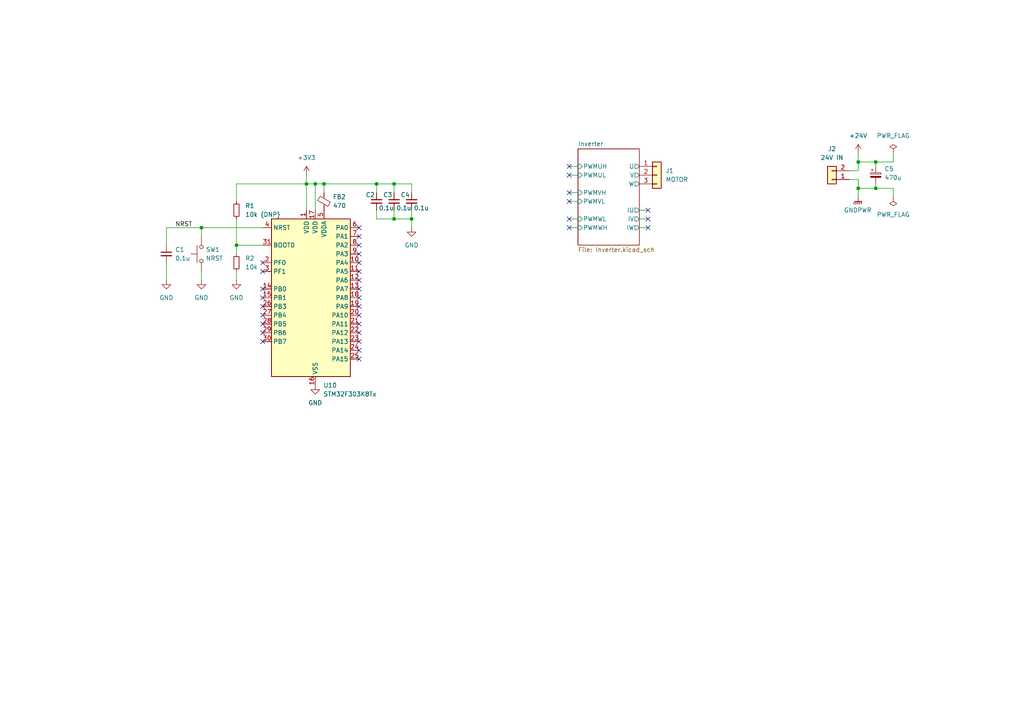
<source format=kicad_sch>
(kicad_sch
	(version 20231120)
	(generator "eeschema")
	(generator_version "8.0")
	(uuid "4984c374-8a58-41a9-9864-8bba8d86a0b9")
	(paper "A4")
	(lib_symbols
		(symbol "Connector_Generic:Conn_01x02"
			(pin_names
				(offset 1.016) hide)
			(exclude_from_sim no)
			(in_bom yes)
			(on_board yes)
			(property "Reference" "J"
				(at 0 2.54 0)
				(effects
					(font
						(size 1.27 1.27)
					)
				)
			)
			(property "Value" "Conn_01x02"
				(at 0 -5.08 0)
				(effects
					(font
						(size 1.27 1.27)
					)
				)
			)
			(property "Footprint" ""
				(at 0 0 0)
				(effects
					(font
						(size 1.27 1.27)
					)
					(hide yes)
				)
			)
			(property "Datasheet" "~"
				(at 0 0 0)
				(effects
					(font
						(size 1.27 1.27)
					)
					(hide yes)
				)
			)
			(property "Description" "Generic connector, single row, 01x02, script generated (kicad-library-utils/schlib/autogen/connector/)"
				(at 0 0 0)
				(effects
					(font
						(size 1.27 1.27)
					)
					(hide yes)
				)
			)
			(property "ki_keywords" "connector"
				(at 0 0 0)
				(effects
					(font
						(size 1.27 1.27)
					)
					(hide yes)
				)
			)
			(property "ki_fp_filters" "Connector*:*_1x??_*"
				(at 0 0 0)
				(effects
					(font
						(size 1.27 1.27)
					)
					(hide yes)
				)
			)
			(symbol "Conn_01x02_1_1"
				(rectangle
					(start -1.27 -2.413)
					(end 0 -2.667)
					(stroke
						(width 0.1524)
						(type default)
					)
					(fill
						(type none)
					)
				)
				(rectangle
					(start -1.27 0.127)
					(end 0 -0.127)
					(stroke
						(width 0.1524)
						(type default)
					)
					(fill
						(type none)
					)
				)
				(rectangle
					(start -1.27 1.27)
					(end 1.27 -3.81)
					(stroke
						(width 0.254)
						(type default)
					)
					(fill
						(type background)
					)
				)
				(pin passive line
					(at -5.08 0 0)
					(length 3.81)
					(name "Pin_1"
						(effects
							(font
								(size 1.27 1.27)
							)
						)
					)
					(number "1"
						(effects
							(font
								(size 1.27 1.27)
							)
						)
					)
				)
				(pin passive line
					(at -5.08 -2.54 0)
					(length 3.81)
					(name "Pin_2"
						(effects
							(font
								(size 1.27 1.27)
							)
						)
					)
					(number "2"
						(effects
							(font
								(size 1.27 1.27)
							)
						)
					)
				)
			)
		)
		(symbol "Connector_Generic:Conn_01x03"
			(pin_names
				(offset 1.016) hide)
			(exclude_from_sim no)
			(in_bom yes)
			(on_board yes)
			(property "Reference" "J"
				(at 0 5.08 0)
				(effects
					(font
						(size 1.27 1.27)
					)
				)
			)
			(property "Value" "Conn_01x03"
				(at 0 -5.08 0)
				(effects
					(font
						(size 1.27 1.27)
					)
				)
			)
			(property "Footprint" ""
				(at 0 0 0)
				(effects
					(font
						(size 1.27 1.27)
					)
					(hide yes)
				)
			)
			(property "Datasheet" "~"
				(at 0 0 0)
				(effects
					(font
						(size 1.27 1.27)
					)
					(hide yes)
				)
			)
			(property "Description" "Generic connector, single row, 01x03, script generated (kicad-library-utils/schlib/autogen/connector/)"
				(at 0 0 0)
				(effects
					(font
						(size 1.27 1.27)
					)
					(hide yes)
				)
			)
			(property "ki_keywords" "connector"
				(at 0 0 0)
				(effects
					(font
						(size 1.27 1.27)
					)
					(hide yes)
				)
			)
			(property "ki_fp_filters" "Connector*:*_1x??_*"
				(at 0 0 0)
				(effects
					(font
						(size 1.27 1.27)
					)
					(hide yes)
				)
			)
			(symbol "Conn_01x03_1_1"
				(rectangle
					(start -1.27 -2.413)
					(end 0 -2.667)
					(stroke
						(width 0.1524)
						(type default)
					)
					(fill
						(type none)
					)
				)
				(rectangle
					(start -1.27 0.127)
					(end 0 -0.127)
					(stroke
						(width 0.1524)
						(type default)
					)
					(fill
						(type none)
					)
				)
				(rectangle
					(start -1.27 2.667)
					(end 0 2.413)
					(stroke
						(width 0.1524)
						(type default)
					)
					(fill
						(type none)
					)
				)
				(rectangle
					(start -1.27 3.81)
					(end 1.27 -3.81)
					(stroke
						(width 0.254)
						(type default)
					)
					(fill
						(type background)
					)
				)
				(pin passive line
					(at -5.08 2.54 0)
					(length 3.81)
					(name "Pin_1"
						(effects
							(font
								(size 1.27 1.27)
							)
						)
					)
					(number "1"
						(effects
							(font
								(size 1.27 1.27)
							)
						)
					)
				)
				(pin passive line
					(at -5.08 0 0)
					(length 3.81)
					(name "Pin_2"
						(effects
							(font
								(size 1.27 1.27)
							)
						)
					)
					(number "2"
						(effects
							(font
								(size 1.27 1.27)
							)
						)
					)
				)
				(pin passive line
					(at -5.08 -2.54 0)
					(length 3.81)
					(name "Pin_3"
						(effects
							(font
								(size 1.27 1.27)
							)
						)
					)
					(number "3"
						(effects
							(font
								(size 1.27 1.27)
							)
						)
					)
				)
			)
		)
		(symbol "Device:C_Polarized_Small"
			(pin_numbers hide)
			(pin_names
				(offset 0.254) hide)
			(exclude_from_sim no)
			(in_bom yes)
			(on_board yes)
			(property "Reference" "C"
				(at 0.254 1.778 0)
				(effects
					(font
						(size 1.27 1.27)
					)
					(justify left)
				)
			)
			(property "Value" "C_Polarized_Small"
				(at 0.254 -2.032 0)
				(effects
					(font
						(size 1.27 1.27)
					)
					(justify left)
				)
			)
			(property "Footprint" ""
				(at 0 0 0)
				(effects
					(font
						(size 1.27 1.27)
					)
					(hide yes)
				)
			)
			(property "Datasheet" "~"
				(at 0 0 0)
				(effects
					(font
						(size 1.27 1.27)
					)
					(hide yes)
				)
			)
			(property "Description" "Polarized capacitor, small symbol"
				(at 0 0 0)
				(effects
					(font
						(size 1.27 1.27)
					)
					(hide yes)
				)
			)
			(property "ki_keywords" "cap capacitor"
				(at 0 0 0)
				(effects
					(font
						(size 1.27 1.27)
					)
					(hide yes)
				)
			)
			(property "ki_fp_filters" "CP_*"
				(at 0 0 0)
				(effects
					(font
						(size 1.27 1.27)
					)
					(hide yes)
				)
			)
			(symbol "C_Polarized_Small_0_1"
				(rectangle
					(start -1.524 -0.3048)
					(end 1.524 -0.6858)
					(stroke
						(width 0)
						(type default)
					)
					(fill
						(type outline)
					)
				)
				(rectangle
					(start -1.524 0.6858)
					(end 1.524 0.3048)
					(stroke
						(width 0)
						(type default)
					)
					(fill
						(type none)
					)
				)
				(polyline
					(pts
						(xy -1.27 1.524) (xy -0.762 1.524)
					)
					(stroke
						(width 0)
						(type default)
					)
					(fill
						(type none)
					)
				)
				(polyline
					(pts
						(xy -1.016 1.27) (xy -1.016 1.778)
					)
					(stroke
						(width 0)
						(type default)
					)
					(fill
						(type none)
					)
				)
			)
			(symbol "C_Polarized_Small_1_1"
				(pin passive line
					(at 0 2.54 270)
					(length 1.8542)
					(name "~"
						(effects
							(font
								(size 1.27 1.27)
							)
						)
					)
					(number "1"
						(effects
							(font
								(size 1.27 1.27)
							)
						)
					)
				)
				(pin passive line
					(at 0 -2.54 90)
					(length 1.8542)
					(name "~"
						(effects
							(font
								(size 1.27 1.27)
							)
						)
					)
					(number "2"
						(effects
							(font
								(size 1.27 1.27)
							)
						)
					)
				)
			)
		)
		(symbol "Device:C_Small"
			(pin_numbers hide)
			(pin_names
				(offset 0.254) hide)
			(exclude_from_sim no)
			(in_bom yes)
			(on_board yes)
			(property "Reference" "C"
				(at 0.254 1.778 0)
				(effects
					(font
						(size 1.27 1.27)
					)
					(justify left)
				)
			)
			(property "Value" "C_Small"
				(at 0.254 -2.032 0)
				(effects
					(font
						(size 1.27 1.27)
					)
					(justify left)
				)
			)
			(property "Footprint" ""
				(at 0 0 0)
				(effects
					(font
						(size 1.27 1.27)
					)
					(hide yes)
				)
			)
			(property "Datasheet" "~"
				(at 0 0 0)
				(effects
					(font
						(size 1.27 1.27)
					)
					(hide yes)
				)
			)
			(property "Description" "Unpolarized capacitor, small symbol"
				(at 0 0 0)
				(effects
					(font
						(size 1.27 1.27)
					)
					(hide yes)
				)
			)
			(property "ki_keywords" "capacitor cap"
				(at 0 0 0)
				(effects
					(font
						(size 1.27 1.27)
					)
					(hide yes)
				)
			)
			(property "ki_fp_filters" "C_*"
				(at 0 0 0)
				(effects
					(font
						(size 1.27 1.27)
					)
					(hide yes)
				)
			)
			(symbol "C_Small_0_1"
				(polyline
					(pts
						(xy -1.524 -0.508) (xy 1.524 -0.508)
					)
					(stroke
						(width 0.3302)
						(type default)
					)
					(fill
						(type none)
					)
				)
				(polyline
					(pts
						(xy -1.524 0.508) (xy 1.524 0.508)
					)
					(stroke
						(width 0.3048)
						(type default)
					)
					(fill
						(type none)
					)
				)
			)
			(symbol "C_Small_1_1"
				(pin passive line
					(at 0 2.54 270)
					(length 2.032)
					(name "~"
						(effects
							(font
								(size 1.27 1.27)
							)
						)
					)
					(number "1"
						(effects
							(font
								(size 1.27 1.27)
							)
						)
					)
				)
				(pin passive line
					(at 0 -2.54 90)
					(length 2.032)
					(name "~"
						(effects
							(font
								(size 1.27 1.27)
							)
						)
					)
					(number "2"
						(effects
							(font
								(size 1.27 1.27)
							)
						)
					)
				)
			)
		)
		(symbol "Device:FerriteBead_Small"
			(pin_numbers hide)
			(pin_names
				(offset 0)
			)
			(exclude_from_sim no)
			(in_bom yes)
			(on_board yes)
			(property "Reference" "FB"
				(at 1.905 1.27 0)
				(effects
					(font
						(size 1.27 1.27)
					)
					(justify left)
				)
			)
			(property "Value" "FerriteBead_Small"
				(at 1.905 -1.27 0)
				(effects
					(font
						(size 1.27 1.27)
					)
					(justify left)
				)
			)
			(property "Footprint" ""
				(at -1.778 0 90)
				(effects
					(font
						(size 1.27 1.27)
					)
					(hide yes)
				)
			)
			(property "Datasheet" "~"
				(at 0 0 0)
				(effects
					(font
						(size 1.27 1.27)
					)
					(hide yes)
				)
			)
			(property "Description" "Ferrite bead, small symbol"
				(at 0 0 0)
				(effects
					(font
						(size 1.27 1.27)
					)
					(hide yes)
				)
			)
			(property "ki_keywords" "L ferrite bead inductor filter"
				(at 0 0 0)
				(effects
					(font
						(size 1.27 1.27)
					)
					(hide yes)
				)
			)
			(property "ki_fp_filters" "Inductor_* L_* *Ferrite*"
				(at 0 0 0)
				(effects
					(font
						(size 1.27 1.27)
					)
					(hide yes)
				)
			)
			(symbol "FerriteBead_Small_0_1"
				(polyline
					(pts
						(xy 0 -1.27) (xy 0 -0.7874)
					)
					(stroke
						(width 0)
						(type default)
					)
					(fill
						(type none)
					)
				)
				(polyline
					(pts
						(xy 0 0.889) (xy 0 1.2954)
					)
					(stroke
						(width 0)
						(type default)
					)
					(fill
						(type none)
					)
				)
				(polyline
					(pts
						(xy -1.8288 0.2794) (xy -1.1176 1.4986) (xy 1.8288 -0.2032) (xy 1.1176 -1.4224) (xy -1.8288 0.2794)
					)
					(stroke
						(width 0)
						(type default)
					)
					(fill
						(type none)
					)
				)
			)
			(symbol "FerriteBead_Small_1_1"
				(pin passive line
					(at 0 2.54 270)
					(length 1.27)
					(name "~"
						(effects
							(font
								(size 1.27 1.27)
							)
						)
					)
					(number "1"
						(effects
							(font
								(size 1.27 1.27)
							)
						)
					)
				)
				(pin passive line
					(at 0 -2.54 90)
					(length 1.27)
					(name "~"
						(effects
							(font
								(size 1.27 1.27)
							)
						)
					)
					(number "2"
						(effects
							(font
								(size 1.27 1.27)
							)
						)
					)
				)
			)
		)
		(symbol "Device:R_Small"
			(pin_numbers hide)
			(pin_names
				(offset 0.254) hide)
			(exclude_from_sim no)
			(in_bom yes)
			(on_board yes)
			(property "Reference" "R"
				(at 0.762 0.508 0)
				(effects
					(font
						(size 1.27 1.27)
					)
					(justify left)
				)
			)
			(property "Value" "R_Small"
				(at 0.762 -1.016 0)
				(effects
					(font
						(size 1.27 1.27)
					)
					(justify left)
				)
			)
			(property "Footprint" ""
				(at 0 0 0)
				(effects
					(font
						(size 1.27 1.27)
					)
					(hide yes)
				)
			)
			(property "Datasheet" "~"
				(at 0 0 0)
				(effects
					(font
						(size 1.27 1.27)
					)
					(hide yes)
				)
			)
			(property "Description" "Resistor, small symbol"
				(at 0 0 0)
				(effects
					(font
						(size 1.27 1.27)
					)
					(hide yes)
				)
			)
			(property "ki_keywords" "R resistor"
				(at 0 0 0)
				(effects
					(font
						(size 1.27 1.27)
					)
					(hide yes)
				)
			)
			(property "ki_fp_filters" "R_*"
				(at 0 0 0)
				(effects
					(font
						(size 1.27 1.27)
					)
					(hide yes)
				)
			)
			(symbol "R_Small_0_1"
				(rectangle
					(start -0.762 1.778)
					(end 0.762 -1.778)
					(stroke
						(width 0.2032)
						(type default)
					)
					(fill
						(type none)
					)
				)
			)
			(symbol "R_Small_1_1"
				(pin passive line
					(at 0 2.54 270)
					(length 0.762)
					(name "~"
						(effects
							(font
								(size 1.27 1.27)
							)
						)
					)
					(number "1"
						(effects
							(font
								(size 1.27 1.27)
							)
						)
					)
				)
				(pin passive line
					(at 0 -2.54 90)
					(length 0.762)
					(name "~"
						(effects
							(font
								(size 1.27 1.27)
							)
						)
					)
					(number "2"
						(effects
							(font
								(size 1.27 1.27)
							)
						)
					)
				)
			)
		)
		(symbol "MCU_ST_STM32F3:STM32F303K8Tx"
			(exclude_from_sim no)
			(in_bom yes)
			(on_board yes)
			(property "Reference" "U"
				(at -10.16 24.13 0)
				(effects
					(font
						(size 1.27 1.27)
					)
					(justify left)
				)
			)
			(property "Value" "STM32F303K8Tx"
				(at 7.62 24.13 0)
				(effects
					(font
						(size 1.27 1.27)
					)
					(justify left)
				)
			)
			(property "Footprint" "Package_QFP:LQFP-32_7x7mm_P0.8mm"
				(at -10.16 -22.86 0)
				(effects
					(font
						(size 1.27 1.27)
					)
					(justify right)
					(hide yes)
				)
			)
			(property "Datasheet" "https://www.st.com/resource/en/datasheet/stm32f303k8.pdf"
				(at 0 0 0)
				(effects
					(font
						(size 1.27 1.27)
					)
					(hide yes)
				)
			)
			(property "Description" "STMicroelectronics Arm Cortex-M4 MCU, 64KB flash, 16KB RAM, 72 MHz, 2.0-3.6V, 25 GPIO, LQFP32"
				(at 0 0 0)
				(effects
					(font
						(size 1.27 1.27)
					)
					(hide yes)
				)
			)
			(property "ki_locked" ""
				(at 0 0 0)
				(effects
					(font
						(size 1.27 1.27)
					)
				)
			)
			(property "ki_keywords" "Arm Cortex-M4 STM32F3 STM32F303"
				(at 0 0 0)
				(effects
					(font
						(size 1.27 1.27)
					)
					(hide yes)
				)
			)
			(property "ki_fp_filters" "LQFP*7x7mm*P0.8mm*"
				(at 0 0 0)
				(effects
					(font
						(size 1.27 1.27)
					)
					(hide yes)
				)
			)
			(symbol "STM32F303K8Tx_0_1"
				(rectangle
					(start -10.16 -22.86)
					(end 12.7 22.86)
					(stroke
						(width 0.254)
						(type default)
					)
					(fill
						(type background)
					)
				)
			)
			(symbol "STM32F303K8Tx_1_1"
				(pin power_in line
					(at 0 25.4 270)
					(length 2.54)
					(name "VDD"
						(effects
							(font
								(size 1.27 1.27)
							)
						)
					)
					(number "1"
						(effects
							(font
								(size 1.27 1.27)
							)
						)
					)
				)
				(pin bidirectional line
					(at 15.24 10.16 180)
					(length 2.54)
					(name "PA4"
						(effects
							(font
								(size 1.27 1.27)
							)
						)
					)
					(number "10"
						(effects
							(font
								(size 1.27 1.27)
							)
						)
					)
					(alternate "ADC2_IN1" bidirectional line)
					(alternate "COMP2_INM" bidirectional line)
					(alternate "COMP4_INM" bidirectional line)
					(alternate "DAC1_OUT1" bidirectional line)
					(alternate "SPI1_NSS" bidirectional line)
					(alternate "TIM3_CH2" bidirectional line)
					(alternate "TSC_G2_IO1" bidirectional line)
					(alternate "USART2_CK" bidirectional line)
				)
				(pin bidirectional line
					(at 15.24 7.62 180)
					(length 2.54)
					(name "PA5"
						(effects
							(font
								(size 1.27 1.27)
							)
						)
					)
					(number "11"
						(effects
							(font
								(size 1.27 1.27)
							)
						)
					)
					(alternate "ADC2_IN2" bidirectional line)
					(alternate "DAC1_OUT2" bidirectional line)
					(alternate "OPAMP2_VINM" bidirectional line)
					(alternate "OPAMP2_VINM_SEC" bidirectional line)
					(alternate "SPI1_SCK" bidirectional line)
					(alternate "TIM2_CH1" bidirectional line)
					(alternate "TIM2_ETR" bidirectional line)
					(alternate "TSC_G2_IO2" bidirectional line)
				)
				(pin bidirectional line
					(at 15.24 5.08 180)
					(length 2.54)
					(name "PA6"
						(effects
							(font
								(size 1.27 1.27)
							)
						)
					)
					(number "12"
						(effects
							(font
								(size 1.27 1.27)
							)
						)
					)
					(alternate "ADC2_IN3" bidirectional line)
					(alternate "DAC2_OUT1" bidirectional line)
					(alternate "OPAMP2_VOUT" bidirectional line)
					(alternate "SPI1_MISO" bidirectional line)
					(alternate "TIM16_CH1" bidirectional line)
					(alternate "TIM1_BKIN" bidirectional line)
					(alternate "TIM3_CH1" bidirectional line)
					(alternate "TSC_G2_IO3" bidirectional line)
				)
				(pin bidirectional line
					(at 15.24 2.54 180)
					(length 2.54)
					(name "PA7"
						(effects
							(font
								(size 1.27 1.27)
							)
						)
					)
					(number "13"
						(effects
							(font
								(size 1.27 1.27)
							)
						)
					)
					(alternate "ADC2_IN4" bidirectional line)
					(alternate "COMP2_INP" bidirectional line)
					(alternate "OPAMP2_VINP" bidirectional line)
					(alternate "OPAMP2_VINP_SEC" bidirectional line)
					(alternate "SPI1_MOSI" bidirectional line)
					(alternate "TIM17_CH1" bidirectional line)
					(alternate "TIM1_CH1N" bidirectional line)
					(alternate "TIM3_CH2" bidirectional line)
					(alternate "TSC_G2_IO4" bidirectional line)
				)
				(pin bidirectional line
					(at -12.7 2.54 0)
					(length 2.54)
					(name "PB0"
						(effects
							(font
								(size 1.27 1.27)
							)
						)
					)
					(number "14"
						(effects
							(font
								(size 1.27 1.27)
							)
						)
					)
					(alternate "ADC1_IN11" bidirectional line)
					(alternate "COMP4_INP" bidirectional line)
					(alternate "OPAMP2_VINP" bidirectional line)
					(alternate "OPAMP2_VINP_SEC" bidirectional line)
					(alternate "TIM1_CH2N" bidirectional line)
					(alternate "TIM3_CH3" bidirectional line)
					(alternate "TSC_G3_IO2" bidirectional line)
				)
				(pin bidirectional line
					(at -12.7 0 0)
					(length 2.54)
					(name "PB1"
						(effects
							(font
								(size 1.27 1.27)
							)
						)
					)
					(number "15"
						(effects
							(font
								(size 1.27 1.27)
							)
						)
					)
					(alternate "ADC1_IN12" bidirectional line)
					(alternate "COMP4_OUT" bidirectional line)
					(alternate "TIM1_CH3N" bidirectional line)
					(alternate "TIM3_CH4" bidirectional line)
					(alternate "TSC_G3_IO3" bidirectional line)
				)
				(pin power_in line
					(at 2.54 -25.4 90)
					(length 2.54)
					(name "VSS"
						(effects
							(font
								(size 1.27 1.27)
							)
						)
					)
					(number "16"
						(effects
							(font
								(size 1.27 1.27)
							)
						)
					)
				)
				(pin power_in line
					(at 2.54 25.4 270)
					(length 2.54)
					(name "VDD"
						(effects
							(font
								(size 1.27 1.27)
							)
						)
					)
					(number "17"
						(effects
							(font
								(size 1.27 1.27)
							)
						)
					)
				)
				(pin bidirectional line
					(at 15.24 0 180)
					(length 2.54)
					(name "PA8"
						(effects
							(font
								(size 1.27 1.27)
							)
						)
					)
					(number "18"
						(effects
							(font
								(size 1.27 1.27)
							)
						)
					)
					(alternate "RCC_MCO" bidirectional line)
					(alternate "TIM1_CH1" bidirectional line)
					(alternate "USART1_CK" bidirectional line)
				)
				(pin bidirectional line
					(at 15.24 -2.54 180)
					(length 2.54)
					(name "PA9"
						(effects
							(font
								(size 1.27 1.27)
							)
						)
					)
					(number "19"
						(effects
							(font
								(size 1.27 1.27)
							)
						)
					)
					(alternate "DAC1_EXTI9" bidirectional line)
					(alternate "DAC2_EXTI9" bidirectional line)
					(alternate "TIM15_BKIN" bidirectional line)
					(alternate "TIM1_CH2" bidirectional line)
					(alternate "TIM2_CH3" bidirectional line)
					(alternate "TSC_G4_IO1" bidirectional line)
					(alternate "USART1_TX" bidirectional line)
				)
				(pin bidirectional line
					(at -12.7 10.16 0)
					(length 2.54)
					(name "PF0"
						(effects
							(font
								(size 1.27 1.27)
							)
						)
					)
					(number "2"
						(effects
							(font
								(size 1.27 1.27)
							)
						)
					)
					(alternate "RCC_OSC_IN" bidirectional line)
					(alternate "TIM1_CH3N" bidirectional line)
				)
				(pin bidirectional line
					(at 15.24 -5.08 180)
					(length 2.54)
					(name "PA10"
						(effects
							(font
								(size 1.27 1.27)
							)
						)
					)
					(number "20"
						(effects
							(font
								(size 1.27 1.27)
							)
						)
					)
					(alternate "TIM17_BKIN" bidirectional line)
					(alternate "TIM1_CH3" bidirectional line)
					(alternate "TIM2_CH4" bidirectional line)
					(alternate "TSC_G4_IO2" bidirectional line)
					(alternate "USART1_RX" bidirectional line)
				)
				(pin bidirectional line
					(at 15.24 -7.62 180)
					(length 2.54)
					(name "PA11"
						(effects
							(font
								(size 1.27 1.27)
							)
						)
					)
					(number "21"
						(effects
							(font
								(size 1.27 1.27)
							)
						)
					)
					(alternate "CAN_RX" bidirectional line)
					(alternate "TIM1_BKIN2" bidirectional line)
					(alternate "TIM1_CH1N" bidirectional line)
					(alternate "TIM1_CH4" bidirectional line)
					(alternate "USART1_CTS" bidirectional line)
				)
				(pin bidirectional line
					(at 15.24 -10.16 180)
					(length 2.54)
					(name "PA12"
						(effects
							(font
								(size 1.27 1.27)
							)
						)
					)
					(number "22"
						(effects
							(font
								(size 1.27 1.27)
							)
						)
					)
					(alternate "CAN_TX" bidirectional line)
					(alternate "COMP2_OUT" bidirectional line)
					(alternate "TIM16_CH1" bidirectional line)
					(alternate "TIM1_CH2N" bidirectional line)
					(alternate "TIM1_ETR" bidirectional line)
					(alternate "USART1_DE" bidirectional line)
					(alternate "USART1_RTS" bidirectional line)
				)
				(pin bidirectional line
					(at 15.24 -12.7 180)
					(length 2.54)
					(name "PA13"
						(effects
							(font
								(size 1.27 1.27)
							)
						)
					)
					(number "23"
						(effects
							(font
								(size 1.27 1.27)
							)
						)
					)
					(alternate "IR_OUT" bidirectional line)
					(alternate "SYS_JTMS-SWDIO" bidirectional line)
					(alternate "TIM16_CH1N" bidirectional line)
					(alternate "TSC_G4_IO3" bidirectional line)
				)
				(pin bidirectional line
					(at 15.24 -15.24 180)
					(length 2.54)
					(name "PA14"
						(effects
							(font
								(size 1.27 1.27)
							)
						)
					)
					(number "24"
						(effects
							(font
								(size 1.27 1.27)
							)
						)
					)
					(alternate "I2C1_SDA" bidirectional line)
					(alternate "SYS_JTCK-SWCLK" bidirectional line)
					(alternate "TIM1_BKIN" bidirectional line)
					(alternate "TSC_G4_IO4" bidirectional line)
					(alternate "USART2_TX" bidirectional line)
				)
				(pin bidirectional line
					(at 15.24 -17.78 180)
					(length 2.54)
					(name "PA15"
						(effects
							(font
								(size 1.27 1.27)
							)
						)
					)
					(number "25"
						(effects
							(font
								(size 1.27 1.27)
							)
						)
					)
					(alternate "I2C1_SCL" bidirectional line)
					(alternate "SPI1_NSS" bidirectional line)
					(alternate "SYS_JTDI" bidirectional line)
					(alternate "TIM1_BKIN" bidirectional line)
					(alternate "TIM2_CH1" bidirectional line)
					(alternate "TIM2_ETR" bidirectional line)
					(alternate "TSC_SYNC" bidirectional line)
					(alternate "USART2_RX" bidirectional line)
				)
				(pin bidirectional line
					(at -12.7 -2.54 0)
					(length 2.54)
					(name "PB3"
						(effects
							(font
								(size 1.27 1.27)
							)
						)
					)
					(number "26"
						(effects
							(font
								(size 1.27 1.27)
							)
						)
					)
					(alternate "SPI1_SCK" bidirectional line)
					(alternate "SYS_JTDO-TRACESWO" bidirectional line)
					(alternate "TIM2_CH2" bidirectional line)
					(alternate "TIM3_ETR" bidirectional line)
					(alternate "TSC_G5_IO1" bidirectional line)
					(alternate "USART2_TX" bidirectional line)
				)
				(pin bidirectional line
					(at -12.7 -5.08 0)
					(length 2.54)
					(name "PB4"
						(effects
							(font
								(size 1.27 1.27)
							)
						)
					)
					(number "27"
						(effects
							(font
								(size 1.27 1.27)
							)
						)
					)
					(alternate "SPI1_MISO" bidirectional line)
					(alternate "SYS_NJTRST" bidirectional line)
					(alternate "TIM16_CH1" bidirectional line)
					(alternate "TIM17_BKIN" bidirectional line)
					(alternate "TIM3_CH1" bidirectional line)
					(alternate "TSC_G5_IO2" bidirectional line)
					(alternate "USART2_RX" bidirectional line)
				)
				(pin bidirectional line
					(at -12.7 -7.62 0)
					(length 2.54)
					(name "PB5"
						(effects
							(font
								(size 1.27 1.27)
							)
						)
					)
					(number "28"
						(effects
							(font
								(size 1.27 1.27)
							)
						)
					)
					(alternate "I2C1_SMBA" bidirectional line)
					(alternate "SPI1_MOSI" bidirectional line)
					(alternate "TIM16_BKIN" bidirectional line)
					(alternate "TIM17_CH1" bidirectional line)
					(alternate "TIM3_CH2" bidirectional line)
					(alternate "USART2_CK" bidirectional line)
				)
				(pin bidirectional line
					(at -12.7 -10.16 0)
					(length 2.54)
					(name "PB6"
						(effects
							(font
								(size 1.27 1.27)
							)
						)
					)
					(number "29"
						(effects
							(font
								(size 1.27 1.27)
							)
						)
					)
					(alternate "I2C1_SCL" bidirectional line)
					(alternate "TIM16_CH1N" bidirectional line)
					(alternate "TSC_G5_IO3" bidirectional line)
					(alternate "USART1_TX" bidirectional line)
				)
				(pin bidirectional line
					(at -12.7 7.62 0)
					(length 2.54)
					(name "PF1"
						(effects
							(font
								(size 1.27 1.27)
							)
						)
					)
					(number "3"
						(effects
							(font
								(size 1.27 1.27)
							)
						)
					)
					(alternate "RCC_OSC_OUT" bidirectional line)
				)
				(pin bidirectional line
					(at -12.7 -12.7 0)
					(length 2.54)
					(name "PB7"
						(effects
							(font
								(size 1.27 1.27)
							)
						)
					)
					(number "30"
						(effects
							(font
								(size 1.27 1.27)
							)
						)
					)
					(alternate "I2C1_SDA" bidirectional line)
					(alternate "TIM17_CH1N" bidirectional line)
					(alternate "TIM3_CH4" bidirectional line)
					(alternate "TSC_G5_IO4" bidirectional line)
					(alternate "USART1_RX" bidirectional line)
				)
				(pin input line
					(at -12.7 15.24 0)
					(length 2.54)
					(name "BOOT0"
						(effects
							(font
								(size 1.27 1.27)
							)
						)
					)
					(number "31"
						(effects
							(font
								(size 1.27 1.27)
							)
						)
					)
				)
				(pin passive line
					(at 2.54 -25.4 90)
					(length 2.54) hide
					(name "VSS"
						(effects
							(font
								(size 1.27 1.27)
							)
						)
					)
					(number "32"
						(effects
							(font
								(size 1.27 1.27)
							)
						)
					)
				)
				(pin input line
					(at -12.7 20.32 0)
					(length 2.54)
					(name "NRST"
						(effects
							(font
								(size 1.27 1.27)
							)
						)
					)
					(number "4"
						(effects
							(font
								(size 1.27 1.27)
							)
						)
					)
				)
				(pin power_in line
					(at 5.08 25.4 270)
					(length 2.54)
					(name "VDDA"
						(effects
							(font
								(size 1.27 1.27)
							)
						)
					)
					(number "5"
						(effects
							(font
								(size 1.27 1.27)
							)
						)
					)
				)
				(pin bidirectional line
					(at 15.24 20.32 180)
					(length 2.54)
					(name "PA0"
						(effects
							(font
								(size 1.27 1.27)
							)
						)
					)
					(number "6"
						(effects
							(font
								(size 1.27 1.27)
							)
						)
					)
					(alternate "ADC1_IN1" bidirectional line)
					(alternate "RTC_TAMP2" bidirectional line)
					(alternate "SYS_WKUP1" bidirectional line)
					(alternate "TIM2_CH1" bidirectional line)
					(alternate "TIM2_ETR" bidirectional line)
					(alternate "TSC_G1_IO1" bidirectional line)
					(alternate "USART2_CTS" bidirectional line)
				)
				(pin bidirectional line
					(at 15.24 17.78 180)
					(length 2.54)
					(name "PA1"
						(effects
							(font
								(size 1.27 1.27)
							)
						)
					)
					(number "7"
						(effects
							(font
								(size 1.27 1.27)
							)
						)
					)
					(alternate "ADC1_IN2" bidirectional line)
					(alternate "RTC_REFIN" bidirectional line)
					(alternate "TIM15_CH1N" bidirectional line)
					(alternate "TIM2_CH2" bidirectional line)
					(alternate "TSC_G1_IO2" bidirectional line)
					(alternate "USART2_DE" bidirectional line)
					(alternate "USART2_RTS" bidirectional line)
				)
				(pin bidirectional line
					(at 15.24 15.24 180)
					(length 2.54)
					(name "PA2"
						(effects
							(font
								(size 1.27 1.27)
							)
						)
					)
					(number "8"
						(effects
							(font
								(size 1.27 1.27)
							)
						)
					)
					(alternate "ADC1_IN3" bidirectional line)
					(alternate "COMP2_INM" bidirectional line)
					(alternate "COMP2_OUT" bidirectional line)
					(alternate "TIM15_CH1" bidirectional line)
					(alternate "TIM2_CH3" bidirectional line)
					(alternate "TSC_G1_IO3" bidirectional line)
					(alternate "USART2_TX" bidirectional line)
				)
				(pin bidirectional line
					(at 15.24 12.7 180)
					(length 2.54)
					(name "PA3"
						(effects
							(font
								(size 1.27 1.27)
							)
						)
					)
					(number "9"
						(effects
							(font
								(size 1.27 1.27)
							)
						)
					)
					(alternate "ADC1_IN4" bidirectional line)
					(alternate "TIM15_CH2" bidirectional line)
					(alternate "TIM2_CH4" bidirectional line)
					(alternate "TSC_G1_IO4" bidirectional line)
					(alternate "USART2_RX" bidirectional line)
				)
			)
		)
		(symbol "Switch:SW_Push"
			(pin_numbers hide)
			(pin_names
				(offset 1.016) hide)
			(exclude_from_sim no)
			(in_bom yes)
			(on_board yes)
			(property "Reference" "SW"
				(at 1.27 2.54 0)
				(effects
					(font
						(size 1.27 1.27)
					)
					(justify left)
				)
			)
			(property "Value" "SW_Push"
				(at 0 -1.524 0)
				(effects
					(font
						(size 1.27 1.27)
					)
				)
			)
			(property "Footprint" ""
				(at 0 5.08 0)
				(effects
					(font
						(size 1.27 1.27)
					)
					(hide yes)
				)
			)
			(property "Datasheet" "~"
				(at 0 5.08 0)
				(effects
					(font
						(size 1.27 1.27)
					)
					(hide yes)
				)
			)
			(property "Description" "Push button switch, generic, two pins"
				(at 0 0 0)
				(effects
					(font
						(size 1.27 1.27)
					)
					(hide yes)
				)
			)
			(property "ki_keywords" "switch normally-open pushbutton push-button"
				(at 0 0 0)
				(effects
					(font
						(size 1.27 1.27)
					)
					(hide yes)
				)
			)
			(symbol "SW_Push_0_1"
				(circle
					(center -2.032 0)
					(radius 0.508)
					(stroke
						(width 0)
						(type default)
					)
					(fill
						(type none)
					)
				)
				(polyline
					(pts
						(xy 0 1.27) (xy 0 3.048)
					)
					(stroke
						(width 0)
						(type default)
					)
					(fill
						(type none)
					)
				)
				(polyline
					(pts
						(xy 2.54 1.27) (xy -2.54 1.27)
					)
					(stroke
						(width 0)
						(type default)
					)
					(fill
						(type none)
					)
				)
				(circle
					(center 2.032 0)
					(radius 0.508)
					(stroke
						(width 0)
						(type default)
					)
					(fill
						(type none)
					)
				)
				(pin passive line
					(at -5.08 0 0)
					(length 2.54)
					(name "1"
						(effects
							(font
								(size 1.27 1.27)
							)
						)
					)
					(number "1"
						(effects
							(font
								(size 1.27 1.27)
							)
						)
					)
				)
				(pin passive line
					(at 5.08 0 180)
					(length 2.54)
					(name "2"
						(effects
							(font
								(size 1.27 1.27)
							)
						)
					)
					(number "2"
						(effects
							(font
								(size 1.27 1.27)
							)
						)
					)
				)
			)
		)
		(symbol "power:+24V"
			(power)
			(pin_numbers hide)
			(pin_names
				(offset 0) hide)
			(exclude_from_sim no)
			(in_bom yes)
			(on_board yes)
			(property "Reference" "#PWR"
				(at 0 -3.81 0)
				(effects
					(font
						(size 1.27 1.27)
					)
					(hide yes)
				)
			)
			(property "Value" "+24V"
				(at 0 3.556 0)
				(effects
					(font
						(size 1.27 1.27)
					)
				)
			)
			(property "Footprint" ""
				(at 0 0 0)
				(effects
					(font
						(size 1.27 1.27)
					)
					(hide yes)
				)
			)
			(property "Datasheet" ""
				(at 0 0 0)
				(effects
					(font
						(size 1.27 1.27)
					)
					(hide yes)
				)
			)
			(property "Description" "Power symbol creates a global label with name \"+24V\""
				(at 0 0 0)
				(effects
					(font
						(size 1.27 1.27)
					)
					(hide yes)
				)
			)
			(property "ki_keywords" "global power"
				(at 0 0 0)
				(effects
					(font
						(size 1.27 1.27)
					)
					(hide yes)
				)
			)
			(symbol "+24V_0_1"
				(polyline
					(pts
						(xy -0.762 1.27) (xy 0 2.54)
					)
					(stroke
						(width 0)
						(type default)
					)
					(fill
						(type none)
					)
				)
				(polyline
					(pts
						(xy 0 0) (xy 0 2.54)
					)
					(stroke
						(width 0)
						(type default)
					)
					(fill
						(type none)
					)
				)
				(polyline
					(pts
						(xy 0 2.54) (xy 0.762 1.27)
					)
					(stroke
						(width 0)
						(type default)
					)
					(fill
						(type none)
					)
				)
			)
			(symbol "+24V_1_1"
				(pin power_in line
					(at 0 0 90)
					(length 0)
					(name "~"
						(effects
							(font
								(size 1.27 1.27)
							)
						)
					)
					(number "1"
						(effects
							(font
								(size 1.27 1.27)
							)
						)
					)
				)
			)
		)
		(symbol "power:+3V3"
			(power)
			(pin_numbers hide)
			(pin_names
				(offset 0) hide)
			(exclude_from_sim no)
			(in_bom yes)
			(on_board yes)
			(property "Reference" "#PWR"
				(at 0 -3.81 0)
				(effects
					(font
						(size 1.27 1.27)
					)
					(hide yes)
				)
			)
			(property "Value" "+3V3"
				(at 0 3.556 0)
				(effects
					(font
						(size 1.27 1.27)
					)
				)
			)
			(property "Footprint" ""
				(at 0 0 0)
				(effects
					(font
						(size 1.27 1.27)
					)
					(hide yes)
				)
			)
			(property "Datasheet" ""
				(at 0 0 0)
				(effects
					(font
						(size 1.27 1.27)
					)
					(hide yes)
				)
			)
			(property "Description" "Power symbol creates a global label with name \"+3V3\""
				(at 0 0 0)
				(effects
					(font
						(size 1.27 1.27)
					)
					(hide yes)
				)
			)
			(property "ki_keywords" "global power"
				(at 0 0 0)
				(effects
					(font
						(size 1.27 1.27)
					)
					(hide yes)
				)
			)
			(symbol "+3V3_0_1"
				(polyline
					(pts
						(xy -0.762 1.27) (xy 0 2.54)
					)
					(stroke
						(width 0)
						(type default)
					)
					(fill
						(type none)
					)
				)
				(polyline
					(pts
						(xy 0 0) (xy 0 2.54)
					)
					(stroke
						(width 0)
						(type default)
					)
					(fill
						(type none)
					)
				)
				(polyline
					(pts
						(xy 0 2.54) (xy 0.762 1.27)
					)
					(stroke
						(width 0)
						(type default)
					)
					(fill
						(type none)
					)
				)
			)
			(symbol "+3V3_1_1"
				(pin power_in line
					(at 0 0 90)
					(length 0)
					(name "~"
						(effects
							(font
								(size 1.27 1.27)
							)
						)
					)
					(number "1"
						(effects
							(font
								(size 1.27 1.27)
							)
						)
					)
				)
			)
		)
		(symbol "power:GND"
			(power)
			(pin_numbers hide)
			(pin_names
				(offset 0) hide)
			(exclude_from_sim no)
			(in_bom yes)
			(on_board yes)
			(property "Reference" "#PWR"
				(at 0 -6.35 0)
				(effects
					(font
						(size 1.27 1.27)
					)
					(hide yes)
				)
			)
			(property "Value" "GND"
				(at 0 -3.81 0)
				(effects
					(font
						(size 1.27 1.27)
					)
				)
			)
			(property "Footprint" ""
				(at 0 0 0)
				(effects
					(font
						(size 1.27 1.27)
					)
					(hide yes)
				)
			)
			(property "Datasheet" ""
				(at 0 0 0)
				(effects
					(font
						(size 1.27 1.27)
					)
					(hide yes)
				)
			)
			(property "Description" "Power symbol creates a global label with name \"GND\" , ground"
				(at 0 0 0)
				(effects
					(font
						(size 1.27 1.27)
					)
					(hide yes)
				)
			)
			(property "ki_keywords" "global power"
				(at 0 0 0)
				(effects
					(font
						(size 1.27 1.27)
					)
					(hide yes)
				)
			)
			(symbol "GND_0_1"
				(polyline
					(pts
						(xy 0 0) (xy 0 -1.27) (xy 1.27 -1.27) (xy 0 -2.54) (xy -1.27 -1.27) (xy 0 -1.27)
					)
					(stroke
						(width 0)
						(type default)
					)
					(fill
						(type none)
					)
				)
			)
			(symbol "GND_1_1"
				(pin power_in line
					(at 0 0 270)
					(length 0)
					(name "~"
						(effects
							(font
								(size 1.27 1.27)
							)
						)
					)
					(number "1"
						(effects
							(font
								(size 1.27 1.27)
							)
						)
					)
				)
			)
		)
		(symbol "power:GNDPWR"
			(power)
			(pin_numbers hide)
			(pin_names
				(offset 0) hide)
			(exclude_from_sim no)
			(in_bom yes)
			(on_board yes)
			(property "Reference" "#PWR"
				(at 0 -5.08 0)
				(effects
					(font
						(size 1.27 1.27)
					)
					(hide yes)
				)
			)
			(property "Value" "GNDPWR"
				(at 0 -3.302 0)
				(effects
					(font
						(size 1.27 1.27)
					)
				)
			)
			(property "Footprint" ""
				(at 0 -1.27 0)
				(effects
					(font
						(size 1.27 1.27)
					)
					(hide yes)
				)
			)
			(property "Datasheet" ""
				(at 0 -1.27 0)
				(effects
					(font
						(size 1.27 1.27)
					)
					(hide yes)
				)
			)
			(property "Description" "Power symbol creates a global label with name \"GNDPWR\" , global ground"
				(at 0 0 0)
				(effects
					(font
						(size 1.27 1.27)
					)
					(hide yes)
				)
			)
			(property "ki_keywords" "global ground"
				(at 0 0 0)
				(effects
					(font
						(size 1.27 1.27)
					)
					(hide yes)
				)
			)
			(symbol "GNDPWR_0_1"
				(polyline
					(pts
						(xy 0 -1.27) (xy 0 0)
					)
					(stroke
						(width 0)
						(type default)
					)
					(fill
						(type none)
					)
				)
				(polyline
					(pts
						(xy -1.016 -1.27) (xy -1.27 -2.032) (xy -1.27 -2.032)
					)
					(stroke
						(width 0.2032)
						(type default)
					)
					(fill
						(type none)
					)
				)
				(polyline
					(pts
						(xy -0.508 -1.27) (xy -0.762 -2.032) (xy -0.762 -2.032)
					)
					(stroke
						(width 0.2032)
						(type default)
					)
					(fill
						(type none)
					)
				)
				(polyline
					(pts
						(xy 0 -1.27) (xy -0.254 -2.032) (xy -0.254 -2.032)
					)
					(stroke
						(width 0.2032)
						(type default)
					)
					(fill
						(type none)
					)
				)
				(polyline
					(pts
						(xy 0.508 -1.27) (xy 0.254 -2.032) (xy 0.254 -2.032)
					)
					(stroke
						(width 0.2032)
						(type default)
					)
					(fill
						(type none)
					)
				)
				(polyline
					(pts
						(xy 1.016 -1.27) (xy -1.016 -1.27) (xy -1.016 -1.27)
					)
					(stroke
						(width 0.2032)
						(type default)
					)
					(fill
						(type none)
					)
				)
				(polyline
					(pts
						(xy 1.016 -1.27) (xy 0.762 -2.032) (xy 0.762 -2.032) (xy 0.762 -2.032)
					)
					(stroke
						(width 0.2032)
						(type default)
					)
					(fill
						(type none)
					)
				)
			)
			(symbol "GNDPWR_1_1"
				(pin power_in line
					(at 0 0 270)
					(length 0)
					(name "~"
						(effects
							(font
								(size 1.27 1.27)
							)
						)
					)
					(number "1"
						(effects
							(font
								(size 1.27 1.27)
							)
						)
					)
				)
			)
		)
		(symbol "power:PWR_FLAG"
			(power)
			(pin_numbers hide)
			(pin_names
				(offset 0) hide)
			(exclude_from_sim no)
			(in_bom yes)
			(on_board yes)
			(property "Reference" "#FLG"
				(at 0 1.905 0)
				(effects
					(font
						(size 1.27 1.27)
					)
					(hide yes)
				)
			)
			(property "Value" "PWR_FLAG"
				(at 0 3.81 0)
				(effects
					(font
						(size 1.27 1.27)
					)
				)
			)
			(property "Footprint" ""
				(at 0 0 0)
				(effects
					(font
						(size 1.27 1.27)
					)
					(hide yes)
				)
			)
			(property "Datasheet" "~"
				(at 0 0 0)
				(effects
					(font
						(size 1.27 1.27)
					)
					(hide yes)
				)
			)
			(property "Description" "Special symbol for telling ERC where power comes from"
				(at 0 0 0)
				(effects
					(font
						(size 1.27 1.27)
					)
					(hide yes)
				)
			)
			(property "ki_keywords" "flag power"
				(at 0 0 0)
				(effects
					(font
						(size 1.27 1.27)
					)
					(hide yes)
				)
			)
			(symbol "PWR_FLAG_0_0"
				(pin power_out line
					(at 0 0 90)
					(length 0)
					(name "~"
						(effects
							(font
								(size 1.27 1.27)
							)
						)
					)
					(number "1"
						(effects
							(font
								(size 1.27 1.27)
							)
						)
					)
				)
			)
			(symbol "PWR_FLAG_0_1"
				(polyline
					(pts
						(xy 0 0) (xy 0 1.27) (xy -1.016 1.905) (xy 0 2.54) (xy 1.016 1.905) (xy 0 1.27)
					)
					(stroke
						(width 0)
						(type default)
					)
					(fill
						(type none)
					)
				)
			)
		)
	)
	(junction
		(at 248.92 54.61)
		(diameter 0)
		(color 0 0 0 0)
		(uuid "00a14d00-7ed1-44c1-b289-1823542d40b2")
	)
	(junction
		(at 93.98 53.34)
		(diameter 0)
		(color 0 0 0 0)
		(uuid "2c0a720f-edb0-4052-9063-02b506a75c3f")
	)
	(junction
		(at 91.44 53.34)
		(diameter 0)
		(color 0 0 0 0)
		(uuid "31046168-16c5-4ffc-9af8-5e060590f3b7")
	)
	(junction
		(at 114.3 53.34)
		(diameter 0)
		(color 0 0 0 0)
		(uuid "5d95c42e-9159-401f-8ac8-7d626e27f2eb")
	)
	(junction
		(at 119.38 63.5)
		(diameter 0)
		(color 0 0 0 0)
		(uuid "5f5952af-9332-460a-a952-edfcf8f07bb5")
	)
	(junction
		(at 114.3 63.5)
		(diameter 0)
		(color 0 0 0 0)
		(uuid "75da0167-ce34-4cf6-ad74-2bbb7458118f")
	)
	(junction
		(at 109.22 53.34)
		(diameter 0)
		(color 0 0 0 0)
		(uuid "8e9ac494-4cdf-4f58-b341-e9169af88bcf")
	)
	(junction
		(at 254 54.61)
		(diameter 0)
		(color 0 0 0 0)
		(uuid "a21fdc45-8988-4240-bd5a-986ba937d54f")
	)
	(junction
		(at 248.92 46.99)
		(diameter 0)
		(color 0 0 0 0)
		(uuid "bdd917e0-d577-4c12-a9d8-9fce7930211a")
	)
	(junction
		(at 88.9 53.34)
		(diameter 0)
		(color 0 0 0 0)
		(uuid "c6342075-b4b1-4e29-aa3a-bcca8ba7074e")
	)
	(junction
		(at 58.42 66.04)
		(diameter 0)
		(color 0 0 0 0)
		(uuid "da4686f1-6145-481d-b224-170192ce2931")
	)
	(junction
		(at 68.58 71.12)
		(diameter 0)
		(color 0 0 0 0)
		(uuid "fcfff0b8-2ff6-4250-9a91-0e5a4f3edbf1")
	)
	(junction
		(at 254 46.99)
		(diameter 0)
		(color 0 0 0 0)
		(uuid "fd9614ba-df17-4994-811e-e37b2cc14191")
	)
	(no_connect
		(at 187.96 66.04)
		(uuid "01b0ec0d-b273-42c9-9e71-f8cc91f6d7e7")
	)
	(no_connect
		(at 76.2 96.52)
		(uuid "042c8c25-c2d4-48c7-9b27-4b96354f9252")
	)
	(no_connect
		(at 76.2 76.2)
		(uuid "0435225c-ce9b-4917-8a4e-eea851e0ce0a")
	)
	(no_connect
		(at 104.14 83.82)
		(uuid "06ab6852-1078-4081-8a27-bbb08b6d98f5")
	)
	(no_connect
		(at 104.14 99.06)
		(uuid "079f2bd3-08fb-413b-a7b2-aad5a5180493")
	)
	(no_connect
		(at 104.14 101.6)
		(uuid "1a387568-0d28-460d-91cb-1f4fc0813a57")
	)
	(no_connect
		(at 76.2 91.44)
		(uuid "2a3ece5c-546b-44cb-8c98-f9b2876e3092")
	)
	(no_connect
		(at 104.14 96.52)
		(uuid "420bbb77-aa5a-4a8a-b556-ad237b147946")
	)
	(no_connect
		(at 76.2 83.82)
		(uuid "5a4dadf4-e83a-4a82-a949-596ee5453446")
	)
	(no_connect
		(at 165.1 58.42)
		(uuid "5da6e10f-43be-4222-81eb-d0acbfa69d52")
	)
	(no_connect
		(at 104.14 81.28)
		(uuid "6c4511ad-d948-4ec8-aebd-7f6aee6811cf")
	)
	(no_connect
		(at 104.14 78.74)
		(uuid "6d05fa3b-9baf-4480-984d-b8a11f76bf0a")
	)
	(no_connect
		(at 76.2 93.98)
		(uuid "7386035a-042d-4534-a5bc-edda78b94028")
	)
	(no_connect
		(at 104.14 68.58)
		(uuid "75932538-3b4b-4f20-b626-2298ce18c1a0")
	)
	(no_connect
		(at 76.2 78.74)
		(uuid "88ff6c9a-00d5-4560-9907-6e8ea88b8d4a")
	)
	(no_connect
		(at 104.14 86.36)
		(uuid "8c9c7a56-e892-438a-8439-bd3a7c029125")
	)
	(no_connect
		(at 104.14 88.9)
		(uuid "93c95646-53bf-4092-b8ac-1e113543a6b1")
	)
	(no_connect
		(at 104.14 76.2)
		(uuid "952b77ed-f0af-4855-bf3b-a566c6ee69bd")
	)
	(no_connect
		(at 165.1 48.26)
		(uuid "957ce0da-c89f-4261-9126-217cd4ba8d9f")
	)
	(no_connect
		(at 165.1 50.8)
		(uuid "95af80f6-8cc0-408b-b85d-30906b3ff801")
	)
	(no_connect
		(at 104.14 66.04)
		(uuid "98eb00a4-6a07-4af0-b782-66f6d24c0f2c")
	)
	(no_connect
		(at 104.14 91.44)
		(uuid "a8dc0825-b74d-4320-b492-1b593b391217")
	)
	(no_connect
		(at 104.14 71.12)
		(uuid "b077b9eb-e299-4ce6-a95d-6054bb4724a7")
	)
	(no_connect
		(at 76.2 88.9)
		(uuid "b2885713-83cb-460a-8b57-e46873ba9038")
	)
	(no_connect
		(at 104.14 93.98)
		(uuid "b71c82aa-7f08-4330-83e5-1492efe6d5cb")
	)
	(no_connect
		(at 165.1 63.5)
		(uuid "c1cb6cd1-ebe0-49d5-b92a-e89de70956a5")
	)
	(no_connect
		(at 165.1 66.04)
		(uuid "c8dbf91d-cfd7-4f8d-8453-192ccc5c5a80")
	)
	(no_connect
		(at 104.14 73.66)
		(uuid "c9d8ed88-435b-47f8-8222-5456b19bf350")
	)
	(no_connect
		(at 104.14 104.14)
		(uuid "e001c9a0-d30e-4953-a000-fd5c44a58c43")
	)
	(no_connect
		(at 187.96 60.96)
		(uuid "e2caf078-43fd-48a2-835e-c886b9252b51")
	)
	(no_connect
		(at 76.2 86.36)
		(uuid "e552c438-c734-496d-8813-1c68b4120f5f")
	)
	(no_connect
		(at 76.2 99.06)
		(uuid "e707006e-773d-4edd-9ca0-3a915fcde5ba")
	)
	(no_connect
		(at 165.1 55.88)
		(uuid "e70a672a-f944-4ed8-866e-302313e69fe4")
	)
	(no_connect
		(at 187.96 63.5)
		(uuid "f95c935f-bec8-4b80-aac5-c36be65cfc6d")
	)
	(wire
		(pts
			(xy 246.38 49.53) (xy 248.92 49.53)
		)
		(stroke
			(width 0)
			(type default)
		)
		(uuid "030d00b2-3e9c-4bd4-8808-7691e8a4e7ea")
	)
	(wire
		(pts
			(xy 165.1 55.88) (xy 167.64 55.88)
		)
		(stroke
			(width 0)
			(type default)
		)
		(uuid "0a5e0396-8ba1-4531-8cbe-13dece8d3f67")
	)
	(wire
		(pts
			(xy 68.58 78.74) (xy 68.58 81.28)
		)
		(stroke
			(width 0)
			(type default)
		)
		(uuid "1982fb9b-3db7-44eb-a19d-b7e8ff6bd313")
	)
	(wire
		(pts
			(xy 48.26 76.2) (xy 48.26 81.28)
		)
		(stroke
			(width 0)
			(type default)
		)
		(uuid "1e659457-b07d-4038-b4e2-9b078b1dfb51")
	)
	(wire
		(pts
			(xy 259.08 46.99) (xy 254 46.99)
		)
		(stroke
			(width 0)
			(type default)
		)
		(uuid "1ef6e28b-af58-4d3a-ac75-17e12c350ed6")
	)
	(wire
		(pts
			(xy 254 46.99) (xy 254 48.26)
		)
		(stroke
			(width 0)
			(type default)
		)
		(uuid "1f048631-8724-4eb8-9bca-bbd1e3f4ee04")
	)
	(wire
		(pts
			(xy 68.58 71.12) (xy 76.2 71.12)
		)
		(stroke
			(width 0)
			(type default)
		)
		(uuid "26564fa8-3fd0-4ea7-823f-ec9dc8411164")
	)
	(wire
		(pts
			(xy 165.1 48.26) (xy 167.64 48.26)
		)
		(stroke
			(width 0)
			(type default)
		)
		(uuid "2a099357-853d-4c15-8a49-62a9c5cf2735")
	)
	(wire
		(pts
			(xy 254 54.61) (xy 259.08 54.61)
		)
		(stroke
			(width 0)
			(type default)
		)
		(uuid "2c03224c-5138-4cba-88af-b296460c841e")
	)
	(wire
		(pts
			(xy 68.58 73.66) (xy 68.58 71.12)
		)
		(stroke
			(width 0)
			(type default)
		)
		(uuid "43833106-3507-45f3-ba18-7da89c6c6af0")
	)
	(wire
		(pts
			(xy 114.3 60.96) (xy 114.3 63.5)
		)
		(stroke
			(width 0)
			(type default)
		)
		(uuid "4a63d07a-2c00-4837-b786-e379c131060f")
	)
	(wire
		(pts
			(xy 68.58 53.34) (xy 88.9 53.34)
		)
		(stroke
			(width 0)
			(type default)
		)
		(uuid "4fc3b59c-dfb2-4b0f-8bc7-b174a1faadcc")
	)
	(wire
		(pts
			(xy 185.42 63.5) (xy 187.96 63.5)
		)
		(stroke
			(width 0)
			(type default)
		)
		(uuid "50a7cdbf-6bb0-4268-af84-5fbcf6fa5e28")
	)
	(wire
		(pts
			(xy 68.58 58.42) (xy 68.58 53.34)
		)
		(stroke
			(width 0)
			(type default)
		)
		(uuid "50efaaa1-32f9-4bd9-b107-bf807de5e610")
	)
	(wire
		(pts
			(xy 119.38 53.34) (xy 119.38 55.88)
		)
		(stroke
			(width 0)
			(type default)
		)
		(uuid "593663c0-49f0-4499-9a89-4d37922252c1")
	)
	(wire
		(pts
			(xy 109.22 53.34) (xy 114.3 53.34)
		)
		(stroke
			(width 0)
			(type default)
		)
		(uuid "5e04ac81-98eb-4c49-81b2-583be10d7aea")
	)
	(wire
		(pts
			(xy 165.1 58.42) (xy 167.64 58.42)
		)
		(stroke
			(width 0)
			(type default)
		)
		(uuid "60328230-3133-4ab4-9de2-0e0b0eac57d2")
	)
	(wire
		(pts
			(xy 248.92 52.07) (xy 248.92 54.61)
		)
		(stroke
			(width 0)
			(type default)
		)
		(uuid "63776841-7138-4c13-9e1b-119eda450979")
	)
	(wire
		(pts
			(xy 48.26 66.04) (xy 58.42 66.04)
		)
		(stroke
			(width 0)
			(type default)
		)
		(uuid "6900002d-55d4-4452-97c0-95223b6b5a5a")
	)
	(wire
		(pts
			(xy 254 53.34) (xy 254 54.61)
		)
		(stroke
			(width 0)
			(type default)
		)
		(uuid "69f6d312-b5f3-431f-9784-ede9584b4077")
	)
	(wire
		(pts
			(xy 114.3 53.34) (xy 114.3 55.88)
		)
		(stroke
			(width 0)
			(type default)
		)
		(uuid "6a9cf41a-bf78-49f1-913c-1157424f28e9")
	)
	(wire
		(pts
			(xy 119.38 60.96) (xy 119.38 63.5)
		)
		(stroke
			(width 0)
			(type default)
		)
		(uuid "6fcb1ad2-6e49-48b2-9ee7-5c54d43987e9")
	)
	(wire
		(pts
			(xy 48.26 71.12) (xy 48.26 66.04)
		)
		(stroke
			(width 0)
			(type default)
		)
		(uuid "70211518-89bb-4e85-a3f6-ab7591067769")
	)
	(wire
		(pts
			(xy 93.98 53.34) (xy 109.22 53.34)
		)
		(stroke
			(width 0)
			(type default)
		)
		(uuid "753ba970-ad58-443b-8890-4be66aa3b167")
	)
	(wire
		(pts
			(xy 119.38 63.5) (xy 119.38 66.04)
		)
		(stroke
			(width 0)
			(type default)
		)
		(uuid "7547d6ca-2b35-44d5-829c-a2080bf373ce")
	)
	(wire
		(pts
			(xy 91.44 53.34) (xy 91.44 60.96)
		)
		(stroke
			(width 0)
			(type default)
		)
		(uuid "845d2053-f767-4d8d-b1f6-8557bc0fdd74")
	)
	(wire
		(pts
			(xy 88.9 60.96) (xy 88.9 53.34)
		)
		(stroke
			(width 0)
			(type default)
		)
		(uuid "8c3fd8e9-ea01-4ea2-8467-28265a186847")
	)
	(wire
		(pts
			(xy 259.08 44.45) (xy 259.08 46.99)
		)
		(stroke
			(width 0)
			(type default)
		)
		(uuid "974f85e2-4eb9-4da5-97ca-32c06074fdc9")
	)
	(wire
		(pts
			(xy 93.98 55.88) (xy 93.98 53.34)
		)
		(stroke
			(width 0)
			(type default)
		)
		(uuid "97e35082-e9c7-49ff-bc10-4726ba9f4351")
	)
	(wire
		(pts
			(xy 259.08 57.15) (xy 259.08 54.61)
		)
		(stroke
			(width 0)
			(type default)
		)
		(uuid "9a05890d-4c61-4f25-869e-574b89d270e7")
	)
	(wire
		(pts
			(xy 93.98 53.34) (xy 91.44 53.34)
		)
		(stroke
			(width 0)
			(type default)
		)
		(uuid "9e713f31-a6b6-4781-a87d-970a41704a76")
	)
	(wire
		(pts
			(xy 165.1 66.04) (xy 167.64 66.04)
		)
		(stroke
			(width 0)
			(type default)
		)
		(uuid "a7ce2862-bb86-4fd9-9848-78a93e120a98")
	)
	(wire
		(pts
			(xy 58.42 66.04) (xy 76.2 66.04)
		)
		(stroke
			(width 0)
			(type default)
		)
		(uuid "aa25e966-824b-4d11-82e6-38c85135b4d4")
	)
	(wire
		(pts
			(xy 248.92 46.99) (xy 248.92 44.45)
		)
		(stroke
			(width 0)
			(type default)
		)
		(uuid "aedc2d78-b869-4cb9-b95d-025955e245e6")
	)
	(wire
		(pts
			(xy 248.92 54.61) (xy 254 54.61)
		)
		(stroke
			(width 0)
			(type default)
		)
		(uuid "af6bcdbb-9982-41f7-8fb8-41c67d27e027")
	)
	(wire
		(pts
			(xy 185.42 66.04) (xy 187.96 66.04)
		)
		(stroke
			(width 0)
			(type default)
		)
		(uuid "c0ea34ee-02db-4fb9-a836-721970a764c2")
	)
	(wire
		(pts
			(xy 254 46.99) (xy 248.92 46.99)
		)
		(stroke
			(width 0)
			(type default)
		)
		(uuid "c59f0a80-aab3-4a94-8412-7ba75e0eb541")
	)
	(wire
		(pts
			(xy 248.92 54.61) (xy 248.92 57.15)
		)
		(stroke
			(width 0)
			(type default)
		)
		(uuid "c793aeb7-10cb-47dc-8dbc-4f4a0be0a464")
	)
	(wire
		(pts
			(xy 114.3 53.34) (xy 119.38 53.34)
		)
		(stroke
			(width 0)
			(type default)
		)
		(uuid "caa1465c-f296-49b4-afb0-6067ebcbf864")
	)
	(wire
		(pts
			(xy 185.42 60.96) (xy 187.96 60.96)
		)
		(stroke
			(width 0)
			(type default)
		)
		(uuid "cad44558-419c-4098-88e4-41883ef9e68c")
	)
	(wire
		(pts
			(xy 58.42 66.04) (xy 58.42 68.58)
		)
		(stroke
			(width 0)
			(type default)
		)
		(uuid "d485e90d-89f2-4034-850b-1906564da973")
	)
	(wire
		(pts
			(xy 58.42 78.74) (xy 58.42 81.28)
		)
		(stroke
			(width 0)
			(type default)
		)
		(uuid "d82d7998-0915-4327-9b9a-23beb5795b94")
	)
	(wire
		(pts
			(xy 109.22 55.88) (xy 109.22 53.34)
		)
		(stroke
			(width 0)
			(type default)
		)
		(uuid "dfa1d8e8-6e13-40e8-beac-6bcc38a57aa3")
	)
	(wire
		(pts
			(xy 165.1 63.5) (xy 167.64 63.5)
		)
		(stroke
			(width 0)
			(type default)
		)
		(uuid "e02fecbc-2927-4d96-acb3-d1730a183a3c")
	)
	(wire
		(pts
			(xy 248.92 49.53) (xy 248.92 46.99)
		)
		(stroke
			(width 0)
			(type default)
		)
		(uuid "ef4df9cb-a63d-4c93-a27f-751e8194aac0")
	)
	(wire
		(pts
			(xy 114.3 63.5) (xy 119.38 63.5)
		)
		(stroke
			(width 0)
			(type default)
		)
		(uuid "f3964f2f-f576-4131-9ca0-b85563e1d92e")
	)
	(wire
		(pts
			(xy 88.9 53.34) (xy 91.44 53.34)
		)
		(stroke
			(width 0)
			(type default)
		)
		(uuid "f6e3f58b-74e2-4482-b842-5573a7356e49")
	)
	(wire
		(pts
			(xy 109.22 63.5) (xy 114.3 63.5)
		)
		(stroke
			(width 0)
			(type default)
		)
		(uuid "f948c0c5-ad6d-4608-a85a-86c3bce00d8f")
	)
	(wire
		(pts
			(xy 109.22 60.96) (xy 109.22 63.5)
		)
		(stroke
			(width 0)
			(type default)
		)
		(uuid "fc26ea12-97b5-4fe9-aa23-6fb1638c7eed")
	)
	(wire
		(pts
			(xy 246.38 52.07) (xy 248.92 52.07)
		)
		(stroke
			(width 0)
			(type default)
		)
		(uuid "fd043567-f843-4933-9a0f-551bbdbf5ef8")
	)
	(wire
		(pts
			(xy 68.58 63.5) (xy 68.58 71.12)
		)
		(stroke
			(width 0)
			(type default)
		)
		(uuid "fdd22ece-1c29-4eec-8b97-331a1ac052a8")
	)
	(wire
		(pts
			(xy 165.1 50.8) (xy 167.64 50.8)
		)
		(stroke
			(width 0)
			(type default)
		)
		(uuid "fde86924-962c-4b6a-b2fe-8504ddfc2f41")
	)
	(wire
		(pts
			(xy 88.9 50.8) (xy 88.9 53.34)
		)
		(stroke
			(width 0)
			(type default)
		)
		(uuid "fdf129d9-8a3d-46e7-acc0-3c1f1cbac78a")
	)
	(label "NRST"
		(at 50.8 66.04 0)
		(fields_autoplaced yes)
		(effects
			(font
				(size 1.27 1.27)
			)
			(justify left bottom)
		)
		(uuid "24231ca8-1275-49c7-b552-505db5fcdf50")
	)
	(symbol
		(lib_id "Device:C_Small")
		(at 109.22 58.42 0)
		(unit 1)
		(exclude_from_sim no)
		(in_bom yes)
		(on_board yes)
		(dnp no)
		(uuid "0a6a5026-1d8c-4427-8183-41ecdf7b0fc0")
		(property "Reference" "C2"
			(at 106.045 56.515 0)
			(effects
				(font
					(size 1.27 1.27)
				)
				(justify left)
			)
		)
		(property "Value" "0.1u"
			(at 109.855 60.325 0)
			(effects
				(font
					(size 1.27 1.27)
				)
				(justify left)
			)
		)
		(property "Footprint" ""
			(at 109.22 58.42 0)
			(effects
				(font
					(size 1.27 1.27)
				)
				(hide yes)
			)
		)
		(property "Datasheet" "~"
			(at 109.22 58.42 0)
			(effects
				(font
					(size 1.27 1.27)
				)
				(hide yes)
			)
		)
		(property "Description" "Unpolarized capacitor, small symbol"
			(at 109.22 58.42 0)
			(effects
				(font
					(size 1.27 1.27)
				)
				(hide yes)
			)
		)
		(pin "1"
			(uuid "fcd08750-17c2-4887-a6f7-ff49678af31b")
		)
		(pin "2"
			(uuid "c7907444-8030-47c4-80f3-bc06e86fb355")
		)
		(instances
			(project "BLMD"
				(path "/4984c374-8a58-41a9-9864-8bba8d86a0b9"
					(reference "C2")
					(unit 1)
				)
			)
		)
	)
	(symbol
		(lib_id "power:GND")
		(at 68.58 81.28 0)
		(unit 1)
		(exclude_from_sim no)
		(in_bom yes)
		(on_board yes)
		(dnp no)
		(fields_autoplaced yes)
		(uuid "0a70a579-a8d6-4e3f-8ad5-5e112a978727")
		(property "Reference" "#PWR026"
			(at 68.58 87.63 0)
			(effects
				(font
					(size 1.27 1.27)
				)
				(hide yes)
			)
		)
		(property "Value" "GND"
			(at 68.58 86.36 0)
			(effects
				(font
					(size 1.27 1.27)
				)
			)
		)
		(property "Footprint" ""
			(at 68.58 81.28 0)
			(effects
				(font
					(size 1.27 1.27)
				)
				(hide yes)
			)
		)
		(property "Datasheet" ""
			(at 68.58 81.28 0)
			(effects
				(font
					(size 1.27 1.27)
				)
				(hide yes)
			)
		)
		(property "Description" "Power symbol creates a global label with name \"GND\" , ground"
			(at 68.58 81.28 0)
			(effects
				(font
					(size 1.27 1.27)
				)
				(hide yes)
			)
		)
		(pin "1"
			(uuid "9dcc669c-52e0-47bd-bd6d-069fc63b32f3")
		)
		(instances
			(project "BLMD"
				(path "/4984c374-8a58-41a9-9864-8bba8d86a0b9"
					(reference "#PWR026")
					(unit 1)
				)
			)
		)
	)
	(symbol
		(lib_id "Device:C_Polarized_Small")
		(at 254 50.8 0)
		(unit 1)
		(exclude_from_sim no)
		(in_bom yes)
		(on_board yes)
		(dnp no)
		(fields_autoplaced yes)
		(uuid "19adafcb-eb58-419f-a015-3b6553cd37f5")
		(property "Reference" "C5"
			(at 256.54 48.9839 0)
			(effects
				(font
					(size 1.27 1.27)
				)
				(justify left)
			)
		)
		(property "Value" "470u"
			(at 256.54 51.5239 0)
			(effects
				(font
					(size 1.27 1.27)
				)
				(justify left)
			)
		)
		(property "Footprint" ""
			(at 254 50.8 0)
			(effects
				(font
					(size 1.27 1.27)
				)
				(hide yes)
			)
		)
		(property "Datasheet" "~"
			(at 254 50.8 0)
			(effects
				(font
					(size 1.27 1.27)
				)
				(hide yes)
			)
		)
		(property "Description" "Polarized capacitor, small symbol"
			(at 254 50.8 0)
			(effects
				(font
					(size 1.27 1.27)
				)
				(hide yes)
			)
		)
		(pin "2"
			(uuid "d33b1ff9-7917-49e3-9179-189de9ddecb7")
		)
		(pin "1"
			(uuid "03cc5c69-11e5-453e-9b8c-c46f1f0cae74")
		)
		(instances
			(project "BLMD"
				(path "/4984c374-8a58-41a9-9864-8bba8d86a0b9"
					(reference "C5")
					(unit 1)
				)
			)
		)
	)
	(symbol
		(lib_id "Connector_Generic:Conn_01x03")
		(at 190.5 50.8 0)
		(unit 1)
		(exclude_from_sim no)
		(in_bom yes)
		(on_board yes)
		(dnp no)
		(fields_autoplaced yes)
		(uuid "1bfe0890-5f61-4cec-b7d6-b9cd4d01fe91")
		(property "Reference" "J1"
			(at 193.04 49.53 0)
			(effects
				(font
					(size 1.27 1.27)
				)
				(justify left)
			)
		)
		(property "Value" "MOTOR"
			(at 193.04 52.07 0)
			(effects
				(font
					(size 1.27 1.27)
				)
				(justify left)
			)
		)
		(property "Footprint" ""
			(at 190.5 50.8 0)
			(effects
				(font
					(size 1.27 1.27)
				)
				(hide yes)
			)
		)
		(property "Datasheet" "~"
			(at 190.5 50.8 0)
			(effects
				(font
					(size 1.27 1.27)
				)
				(hide yes)
			)
		)
		(property "Description" "Generic connector, single row, 01x03, script generated (kicad-library-utils/schlib/autogen/connector/)"
			(at 190.5 50.8 0)
			(effects
				(font
					(size 1.27 1.27)
				)
				(hide yes)
			)
		)
		(pin "3"
			(uuid "f23ec397-0089-4cb4-a2d7-17d27bd644b3")
		)
		(pin "1"
			(uuid "1fa6025c-dd38-4530-bd08-20fa0618f13e")
		)
		(pin "2"
			(uuid "de430181-9474-435a-837d-a3f72a8b8c85")
		)
		(instances
			(project "BLMD"
				(path "/4984c374-8a58-41a9-9864-8bba8d86a0b9"
					(reference "J1")
					(unit 1)
				)
			)
		)
	)
	(symbol
		(lib_id "power:GND")
		(at 119.38 66.04 0)
		(unit 1)
		(exclude_from_sim no)
		(in_bom yes)
		(on_board yes)
		(dnp no)
		(fields_autoplaced yes)
		(uuid "2e7a8bdc-364f-4ea7-a335-a2d7d8b6bd67")
		(property "Reference" "#PWR030"
			(at 119.38 72.39 0)
			(effects
				(font
					(size 1.27 1.27)
				)
				(hide yes)
			)
		)
		(property "Value" "GND"
			(at 119.38 71.12 0)
			(effects
				(font
					(size 1.27 1.27)
				)
			)
		)
		(property "Footprint" ""
			(at 119.38 66.04 0)
			(effects
				(font
					(size 1.27 1.27)
				)
				(hide yes)
			)
		)
		(property "Datasheet" ""
			(at 119.38 66.04 0)
			(effects
				(font
					(size 1.27 1.27)
				)
				(hide yes)
			)
		)
		(property "Description" "Power symbol creates a global label with name \"GND\" , ground"
			(at 119.38 66.04 0)
			(effects
				(font
					(size 1.27 1.27)
				)
				(hide yes)
			)
		)
		(pin "1"
			(uuid "e72ac570-d586-4298-8bb4-2dac0593341b")
		)
		(instances
			(project "BLMD"
				(path "/4984c374-8a58-41a9-9864-8bba8d86a0b9"
					(reference "#PWR030")
					(unit 1)
				)
			)
		)
	)
	(symbol
		(lib_id "power:+24V")
		(at 248.92 44.45 0)
		(unit 1)
		(exclude_from_sim no)
		(in_bom yes)
		(on_board yes)
		(dnp no)
		(fields_autoplaced yes)
		(uuid "4e69077e-c263-4675-9b49-2c2d76d1d9a7")
		(property "Reference" "#PWR031"
			(at 248.92 48.26 0)
			(effects
				(font
					(size 1.27 1.27)
				)
				(hide yes)
			)
		)
		(property "Value" "+24V"
			(at 248.92 39.37 0)
			(effects
				(font
					(size 1.27 1.27)
				)
			)
		)
		(property "Footprint" ""
			(at 248.92 44.45 0)
			(effects
				(font
					(size 1.27 1.27)
				)
				(hide yes)
			)
		)
		(property "Datasheet" ""
			(at 248.92 44.45 0)
			(effects
				(font
					(size 1.27 1.27)
				)
				(hide yes)
			)
		)
		(property "Description" "Power symbol creates a global label with name \"+24V\""
			(at 248.92 44.45 0)
			(effects
				(font
					(size 1.27 1.27)
				)
				(hide yes)
			)
		)
		(pin "1"
			(uuid "6ba393c2-2bb5-467a-9500-51a345fd4307")
		)
		(instances
			(project "BLMD"
				(path "/4984c374-8a58-41a9-9864-8bba8d86a0b9"
					(reference "#PWR031")
					(unit 1)
				)
			)
		)
	)
	(symbol
		(lib_id "Connector_Generic:Conn_01x02")
		(at 241.3 52.07 180)
		(unit 1)
		(exclude_from_sim no)
		(in_bom yes)
		(on_board yes)
		(dnp no)
		(fields_autoplaced yes)
		(uuid "57f34f54-c3ff-4760-96fa-57fd59f0258d")
		(property "Reference" "J2"
			(at 241.3 43.18 0)
			(effects
				(font
					(size 1.27 1.27)
				)
			)
		)
		(property "Value" "24V IN"
			(at 241.3 45.72 0)
			(effects
				(font
					(size 1.27 1.27)
				)
			)
		)
		(property "Footprint" ""
			(at 241.3 52.07 0)
			(effects
				(font
					(size 1.27 1.27)
				)
				(hide yes)
			)
		)
		(property "Datasheet" "~"
			(at 241.3 52.07 0)
			(effects
				(font
					(size 1.27 1.27)
				)
				(hide yes)
			)
		)
		(property "Description" "Generic connector, single row, 01x02, script generated (kicad-library-utils/schlib/autogen/connector/)"
			(at 241.3 52.07 0)
			(effects
				(font
					(size 1.27 1.27)
				)
				(hide yes)
			)
		)
		(pin "1"
			(uuid "e0429b9a-161f-473a-9b36-fe533dbbf3a3")
		)
		(pin "2"
			(uuid "1ce34a53-fce8-4e7d-a669-16d514a84865")
		)
		(instances
			(project "BLMD"
				(path "/4984c374-8a58-41a9-9864-8bba8d86a0b9"
					(reference "J2")
					(unit 1)
				)
			)
		)
	)
	(symbol
		(lib_id "Device:FerriteBead_Small")
		(at 93.98 58.42 0)
		(unit 1)
		(exclude_from_sim no)
		(in_bom yes)
		(on_board yes)
		(dnp no)
		(fields_autoplaced yes)
		(uuid "68f5429a-ca64-4784-ab2b-87967a5e602e")
		(property "Reference" "FB2"
			(at 96.52 57.1119 0)
			(effects
				(font
					(size 1.27 1.27)
				)
				(justify left)
			)
		)
		(property "Value" "470"
			(at 96.52 59.6519 0)
			(effects
				(font
					(size 1.27 1.27)
				)
				(justify left)
			)
		)
		(property "Footprint" ""
			(at 92.202 58.42 90)
			(effects
				(font
					(size 1.27 1.27)
				)
				(hide yes)
			)
		)
		(property "Datasheet" "~"
			(at 93.98 58.42 0)
			(effects
				(font
					(size 1.27 1.27)
				)
				(hide yes)
			)
		)
		(property "Description" "Ferrite bead, small symbol"
			(at 93.98 58.42 0)
			(effects
				(font
					(size 1.27 1.27)
				)
				(hide yes)
			)
		)
		(pin "2"
			(uuid "ce75884f-872f-4e35-ada6-032da0050971")
		)
		(pin "1"
			(uuid "312cd424-29f0-4e61-8f62-e19e816562db")
		)
		(instances
			(project "BLMD"
				(path "/4984c374-8a58-41a9-9864-8bba8d86a0b9"
					(reference "FB2")
					(unit 1)
				)
			)
		)
	)
	(symbol
		(lib_id "power:GND")
		(at 91.44 111.76 0)
		(unit 1)
		(exclude_from_sim no)
		(in_bom yes)
		(on_board yes)
		(dnp no)
		(fields_autoplaced yes)
		(uuid "7dfa818f-a4cc-4410-a1c9-bf4e74e56d9d")
		(property "Reference" "#PWR015"
			(at 91.44 118.11 0)
			(effects
				(font
					(size 1.27 1.27)
				)
				(hide yes)
			)
		)
		(property "Value" "GND"
			(at 91.44 116.84 0)
			(effects
				(font
					(size 1.27 1.27)
				)
			)
		)
		(property "Footprint" ""
			(at 91.44 111.76 0)
			(effects
				(font
					(size 1.27 1.27)
				)
				(hide yes)
			)
		)
		(property "Datasheet" ""
			(at 91.44 111.76 0)
			(effects
				(font
					(size 1.27 1.27)
				)
				(hide yes)
			)
		)
		(property "Description" "Power symbol creates a global label with name \"GND\" , ground"
			(at 91.44 111.76 0)
			(effects
				(font
					(size 1.27 1.27)
				)
				(hide yes)
			)
		)
		(pin "1"
			(uuid "8dfaa8ae-7aa1-4976-bafa-91edebe9fad1")
		)
		(instances
			(project "BLMD"
				(path "/4984c374-8a58-41a9-9864-8bba8d86a0b9"
					(reference "#PWR015")
					(unit 1)
				)
			)
		)
	)
	(symbol
		(lib_id "power:+3V3")
		(at 88.9 50.8 0)
		(unit 1)
		(exclude_from_sim no)
		(in_bom yes)
		(on_board yes)
		(dnp no)
		(fields_autoplaced yes)
		(uuid "80361938-0c00-46ba-9266-92f409b631d7")
		(property "Reference" "#PWR029"
			(at 88.9 54.61 0)
			(effects
				(font
					(size 1.27 1.27)
				)
				(hide yes)
			)
		)
		(property "Value" "+3V3"
			(at 88.9 45.72 0)
			(effects
				(font
					(size 1.27 1.27)
				)
			)
		)
		(property "Footprint" ""
			(at 88.9 50.8 0)
			(effects
				(font
					(size 1.27 1.27)
				)
				(hide yes)
			)
		)
		(property "Datasheet" ""
			(at 88.9 50.8 0)
			(effects
				(font
					(size 1.27 1.27)
				)
				(hide yes)
			)
		)
		(property "Description" "Power symbol creates a global label with name \"+3V3\""
			(at 88.9 50.8 0)
			(effects
				(font
					(size 1.27 1.27)
				)
				(hide yes)
			)
		)
		(pin "1"
			(uuid "2ea28f1f-7851-4798-895b-e8bb386039ac")
		)
		(instances
			(project "BLMD"
				(path "/4984c374-8a58-41a9-9864-8bba8d86a0b9"
					(reference "#PWR029")
					(unit 1)
				)
			)
		)
	)
	(symbol
		(lib_id "MCU_ST_STM32F3:STM32F303K8Tx")
		(at 88.9 86.36 0)
		(unit 1)
		(exclude_from_sim no)
		(in_bom yes)
		(on_board yes)
		(dnp no)
		(fields_autoplaced yes)
		(uuid "8486dc2f-d332-4bda-b6c1-6139afad7e36")
		(property "Reference" "U10"
			(at 93.7634 111.76 0)
			(effects
				(font
					(size 1.27 1.27)
				)
				(justify left)
			)
		)
		(property "Value" "STM32F303K8Tx"
			(at 93.7634 114.3 0)
			(effects
				(font
					(size 1.27 1.27)
				)
				(justify left)
			)
		)
		(property "Footprint" "Package_QFP:LQFP-32_7x7mm_P0.8mm"
			(at 78.74 109.22 0)
			(effects
				(font
					(size 1.27 1.27)
				)
				(justify right)
				(hide yes)
			)
		)
		(property "Datasheet" "https://www.st.com/resource/en/datasheet/stm32f303k8.pdf"
			(at 88.9 86.36 0)
			(effects
				(font
					(size 1.27 1.27)
				)
				(hide yes)
			)
		)
		(property "Description" "STMicroelectronics Arm Cortex-M4 MCU, 64KB flash, 16KB RAM, 72 MHz, 2.0-3.6V, 25 GPIO, LQFP32"
			(at 88.9 86.36 0)
			(effects
				(font
					(size 1.27 1.27)
				)
				(hide yes)
			)
		)
		(pin "24"
			(uuid "5edd52ca-df7e-4848-a8a3-9020937de602")
		)
		(pin "10"
			(uuid "06b1db86-9479-4b30-8d55-7063b3fb3010")
		)
		(pin "19"
			(uuid "a7f1bf73-f050-43c3-a236-23917f88c450")
		)
		(pin "21"
			(uuid "0928c3a4-b662-4845-a03b-bd55d5759000")
		)
		(pin "11"
			(uuid "b792abb7-5bc6-4a48-a0d4-fa625a4c5ea3")
		)
		(pin "17"
			(uuid "954e93cd-4272-4f68-a0f4-36d839c4af32")
		)
		(pin "14"
			(uuid "1a96fb3c-491f-484e-8f78-1e2933cc5aa0")
		)
		(pin "20"
			(uuid "fa1c4210-feac-4b0c-b9e5-560e6051606d")
		)
		(pin "30"
			(uuid "b645341c-85d1-4f5b-b29f-4842d8eaa6d4")
		)
		(pin "5"
			(uuid "9de21810-2667-42ce-aca3-dfe69e1875bb")
		)
		(pin "8"
			(uuid "8ec499da-53a2-402b-919c-5b1b87e96b21")
		)
		(pin "9"
			(uuid "70cf609e-722c-4911-8ff4-6abef56efa99")
		)
		(pin "32"
			(uuid "71206432-c558-45f4-a92b-d9261f3e8435")
		)
		(pin "2"
			(uuid "33f98631-014a-4c13-b249-7b4d45ee801b")
		)
		(pin "28"
			(uuid "b4ae48c5-02d2-4c91-90a0-ef51724a546f")
		)
		(pin "16"
			(uuid "797f0f1e-8fa6-4a02-839a-8c30a744e6ce")
		)
		(pin "22"
			(uuid "f9ed1e19-da86-4071-97c3-fce3482f1ae5")
		)
		(pin "23"
			(uuid "e9fe80a2-299d-40bb-a2c0-f8bc8aadd820")
		)
		(pin "25"
			(uuid "0c328b64-9908-4f45-b6d9-c1103cc67ede")
		)
		(pin "3"
			(uuid "6faf6a79-9dd1-4577-b25f-50796210ca76")
		)
		(pin "6"
			(uuid "f3b48014-aa16-4f16-940a-ae3bdcb49df5")
		)
		(pin "7"
			(uuid "09bbca9b-a8e0-47e6-b5eb-7b8460434457")
		)
		(pin "12"
			(uuid "65b334f4-983f-4ad3-8f48-d9a128a552ac")
		)
		(pin "18"
			(uuid "1642a1d9-ff07-410b-825a-6fad74f2a2ae")
		)
		(pin "27"
			(uuid "a2d2774d-231c-4316-89d1-2ed4c446b06a")
		)
		(pin "1"
			(uuid "604b77bf-e88c-476e-b955-938844a8a76d")
		)
		(pin "31"
			(uuid "39d6f267-be21-4f6c-b723-982bd925912b")
		)
		(pin "15"
			(uuid "ccf2feaf-c67f-4513-a15c-979565047ab2")
		)
		(pin "26"
			(uuid "3be6f921-00c4-4ee9-9b0e-fc88b477db25")
		)
		(pin "4"
			(uuid "9c687a1c-207a-4154-bf3a-96abba0d1383")
		)
		(pin "13"
			(uuid "98f94946-fd98-4996-964c-f04eede85061")
		)
		(pin "29"
			(uuid "9c3e3ef1-b5fa-4fd2-87aa-57994038f57b")
		)
		(instances
			(project "BLMD"
				(path "/4984c374-8a58-41a9-9864-8bba8d86a0b9"
					(reference "U10")
					(unit 1)
				)
			)
		)
	)
	(symbol
		(lib_id "Device:C_Small")
		(at 119.38 58.42 0)
		(unit 1)
		(exclude_from_sim no)
		(in_bom yes)
		(on_board yes)
		(dnp no)
		(uuid "8693a052-904a-4680-a3b0-c03c36a68a10")
		(property "Reference" "C4"
			(at 116.205 56.515 0)
			(effects
				(font
					(size 1.27 1.27)
				)
				(justify left)
			)
		)
		(property "Value" "0.1u"
			(at 120.015 60.325 0)
			(effects
				(font
					(size 1.27 1.27)
				)
				(justify left)
			)
		)
		(property "Footprint" ""
			(at 119.38 58.42 0)
			(effects
				(font
					(size 1.27 1.27)
				)
				(hide yes)
			)
		)
		(property "Datasheet" "~"
			(at 119.38 58.42 0)
			(effects
				(font
					(size 1.27 1.27)
				)
				(hide yes)
			)
		)
		(property "Description" "Unpolarized capacitor, small symbol"
			(at 119.38 58.42 0)
			(effects
				(font
					(size 1.27 1.27)
				)
				(hide yes)
			)
		)
		(pin "1"
			(uuid "5c5b8ab5-4f57-4f57-b662-a7f685315666")
		)
		(pin "2"
			(uuid "b086380f-033f-4f05-aac9-70bc26f83fcb")
		)
		(instances
			(project "BLMD"
				(path "/4984c374-8a58-41a9-9864-8bba8d86a0b9"
					(reference "C4")
					(unit 1)
				)
			)
		)
	)
	(symbol
		(lib_id "power:PWR_FLAG")
		(at 259.08 57.15 180)
		(unit 1)
		(exclude_from_sim no)
		(in_bom yes)
		(on_board yes)
		(dnp no)
		(fields_autoplaced yes)
		(uuid "ad900fda-357e-4d01-81ef-96e81af8374c")
		(property "Reference" "#FLG02"
			(at 259.08 59.055 0)
			(effects
				(font
					(size 1.27 1.27)
				)
				(hide yes)
			)
		)
		(property "Value" "PWR_FLAG"
			(at 259.08 62.23 0)
			(effects
				(font
					(size 1.27 1.27)
				)
			)
		)
		(property "Footprint" ""
			(at 259.08 57.15 0)
			(effects
				(font
					(size 1.27 1.27)
				)
				(hide yes)
			)
		)
		(property "Datasheet" "~"
			(at 259.08 57.15 0)
			(effects
				(font
					(size 1.27 1.27)
				)
				(hide yes)
			)
		)
		(property "Description" "Special symbol for telling ERC where power comes from"
			(at 259.08 57.15 0)
			(effects
				(font
					(size 1.27 1.27)
				)
				(hide yes)
			)
		)
		(pin "1"
			(uuid "32ffea8c-7231-44f1-9d84-b7906b383dd7")
		)
		(instances
			(project "BLMD"
				(path "/4984c374-8a58-41a9-9864-8bba8d86a0b9"
					(reference "#FLG02")
					(unit 1)
				)
			)
		)
	)
	(symbol
		(lib_id "power:GNDPWR")
		(at 248.92 57.15 0)
		(unit 1)
		(exclude_from_sim no)
		(in_bom yes)
		(on_board yes)
		(dnp no)
		(fields_autoplaced yes)
		(uuid "cca90e62-84db-491c-8f43-ad7c0fcefc4f")
		(property "Reference" "#PWR032"
			(at 248.92 62.23 0)
			(effects
				(font
					(size 1.27 1.27)
				)
				(hide yes)
			)
		)
		(property "Value" "GNDPWR"
			(at 248.793 60.96 0)
			(effects
				(font
					(size 1.27 1.27)
				)
			)
		)
		(property "Footprint" ""
			(at 248.92 58.42 0)
			(effects
				(font
					(size 1.27 1.27)
				)
				(hide yes)
			)
		)
		(property "Datasheet" ""
			(at 248.92 58.42 0)
			(effects
				(font
					(size 1.27 1.27)
				)
				(hide yes)
			)
		)
		(property "Description" "Power symbol creates a global label with name \"GNDPWR\" , global ground"
			(at 248.92 57.15 0)
			(effects
				(font
					(size 1.27 1.27)
				)
				(hide yes)
			)
		)
		(pin "1"
			(uuid "d9cbbe71-b91c-4b09-bd71-707d83e90a94")
		)
		(instances
			(project "BLMD"
				(path "/4984c374-8a58-41a9-9864-8bba8d86a0b9"
					(reference "#PWR032")
					(unit 1)
				)
			)
		)
	)
	(symbol
		(lib_id "Device:C_Small")
		(at 48.26 73.66 0)
		(unit 1)
		(exclude_from_sim no)
		(in_bom yes)
		(on_board yes)
		(dnp no)
		(fields_autoplaced yes)
		(uuid "ce0d2b3f-b2bb-4f1a-837d-b271145678f2")
		(property "Reference" "C1"
			(at 50.8 72.3963 0)
			(effects
				(font
					(size 1.27 1.27)
				)
				(justify left)
			)
		)
		(property "Value" "0.1u"
			(at 50.8 74.9363 0)
			(effects
				(font
					(size 1.27 1.27)
				)
				(justify left)
			)
		)
		(property "Footprint" ""
			(at 48.26 73.66 0)
			(effects
				(font
					(size 1.27 1.27)
				)
				(hide yes)
			)
		)
		(property "Datasheet" "~"
			(at 48.26 73.66 0)
			(effects
				(font
					(size 1.27 1.27)
				)
				(hide yes)
			)
		)
		(property "Description" "Unpolarized capacitor, small symbol"
			(at 48.26 73.66 0)
			(effects
				(font
					(size 1.27 1.27)
				)
				(hide yes)
			)
		)
		(pin "2"
			(uuid "51f43dc8-55c9-48a2-b015-f2c9a9b6c86c")
		)
		(pin "1"
			(uuid "6bc06f0e-ed52-4ac0-8952-be381d4e6d9c")
		)
		(instances
			(project "BLMD"
				(path "/4984c374-8a58-41a9-9864-8bba8d86a0b9"
					(reference "C1")
					(unit 1)
				)
			)
		)
	)
	(symbol
		(lib_id "power:PWR_FLAG")
		(at 259.08 44.45 0)
		(unit 1)
		(exclude_from_sim no)
		(in_bom yes)
		(on_board yes)
		(dnp no)
		(fields_autoplaced yes)
		(uuid "cfc2d7cd-6f43-4fd9-b1a0-611101b07129")
		(property "Reference" "#FLG01"
			(at 259.08 42.545 0)
			(effects
				(font
					(size 1.27 1.27)
				)
				(hide yes)
			)
		)
		(property "Value" "PWR_FLAG"
			(at 259.08 39.37 0)
			(effects
				(font
					(size 1.27 1.27)
				)
			)
		)
		(property "Footprint" ""
			(at 259.08 44.45 0)
			(effects
				(font
					(size 1.27 1.27)
				)
				(hide yes)
			)
		)
		(property "Datasheet" "~"
			(at 259.08 44.45 0)
			(effects
				(font
					(size 1.27 1.27)
				)
				(hide yes)
			)
		)
		(property "Description" "Special symbol for telling ERC where power comes from"
			(at 259.08 44.45 0)
			(effects
				(font
					(size 1.27 1.27)
				)
				(hide yes)
			)
		)
		(pin "1"
			(uuid "20a1ed8c-a9d6-42b1-8575-94233cb7bb06")
		)
		(instances
			(project "BLMD"
				(path "/4984c374-8a58-41a9-9864-8bba8d86a0b9"
					(reference "#FLG01")
					(unit 1)
				)
			)
		)
	)
	(symbol
		(lib_id "Device:C_Small")
		(at 114.3 58.42 0)
		(unit 1)
		(exclude_from_sim no)
		(in_bom yes)
		(on_board yes)
		(dnp no)
		(uuid "d2dc5cb6-6289-4b23-b801-62d73c6ad4b4")
		(property "Reference" "C3"
			(at 111.125 56.515 0)
			(effects
				(font
					(size 1.27 1.27)
				)
				(justify left)
			)
		)
		(property "Value" "0.1u"
			(at 114.935 60.325 0)
			(effects
				(font
					(size 1.27 1.27)
				)
				(justify left)
			)
		)
		(property "Footprint" ""
			(at 114.3 58.42 0)
			(effects
				(font
					(size 1.27 1.27)
				)
				(hide yes)
			)
		)
		(property "Datasheet" "~"
			(at 114.3 58.42 0)
			(effects
				(font
					(size 1.27 1.27)
				)
				(hide yes)
			)
		)
		(property "Description" "Unpolarized capacitor, small symbol"
			(at 114.3 58.42 0)
			(effects
				(font
					(size 1.27 1.27)
				)
				(hide yes)
			)
		)
		(pin "1"
			(uuid "c7eba67a-4936-41bc-8c8f-c9ece68c384e")
		)
		(pin "2"
			(uuid "a219e75b-6957-49ef-92cd-bce685b0ab2a")
		)
		(instances
			(project "BLMD"
				(path "/4984c374-8a58-41a9-9864-8bba8d86a0b9"
					(reference "C3")
					(unit 1)
				)
			)
		)
	)
	(symbol
		(lib_id "Switch:SW_Push")
		(at 58.42 73.66 90)
		(unit 1)
		(exclude_from_sim no)
		(in_bom yes)
		(on_board yes)
		(dnp no)
		(fields_autoplaced yes)
		(uuid "e8f97e80-05fd-40a5-8d92-4805967c054c")
		(property "Reference" "SW1"
			(at 59.69 72.39 90)
			(effects
				(font
					(size 1.27 1.27)
				)
				(justify right)
			)
		)
		(property "Value" "NRST"
			(at 59.69 74.93 90)
			(effects
				(font
					(size 1.27 1.27)
				)
				(justify right)
			)
		)
		(property "Footprint" ""
			(at 53.34 73.66 0)
			(effects
				(font
					(size 1.27 1.27)
				)
				(hide yes)
			)
		)
		(property "Datasheet" "~"
			(at 53.34 73.66 0)
			(effects
				(font
					(size 1.27 1.27)
				)
				(hide yes)
			)
		)
		(property "Description" "Push button switch, generic, two pins"
			(at 58.42 73.66 0)
			(effects
				(font
					(size 1.27 1.27)
				)
				(hide yes)
			)
		)
		(pin "2"
			(uuid "60ad4580-7a46-40ca-8214-9a2d8f872e93")
		)
		(pin "1"
			(uuid "d0d68fd3-2b36-49d6-8d2d-1fb587683e8a")
		)
		(instances
			(project "BLMD"
				(path "/4984c374-8a58-41a9-9864-8bba8d86a0b9"
					(reference "SW1")
					(unit 1)
				)
			)
		)
	)
	(symbol
		(lib_id "Device:R_Small")
		(at 68.58 76.2 0)
		(unit 1)
		(exclude_from_sim no)
		(in_bom yes)
		(on_board yes)
		(dnp no)
		(fields_autoplaced yes)
		(uuid "f4734004-17dd-4418-9ecd-234c14a13440")
		(property "Reference" "R2"
			(at 71.12 74.93 0)
			(effects
				(font
					(size 1.27 1.27)
				)
				(justify left)
			)
		)
		(property "Value" "10k"
			(at 71.12 77.47 0)
			(effects
				(font
					(size 1.27 1.27)
				)
				(justify left)
			)
		)
		(property "Footprint" ""
			(at 68.58 76.2 0)
			(effects
				(font
					(size 1.27 1.27)
				)
				(hide yes)
			)
		)
		(property "Datasheet" "~"
			(at 68.58 76.2 0)
			(effects
				(font
					(size 1.27 1.27)
				)
				(hide yes)
			)
		)
		(property "Description" "Resistor, small symbol"
			(at 68.58 76.2 0)
			(effects
				(font
					(size 1.27 1.27)
				)
				(hide yes)
			)
		)
		(pin "2"
			(uuid "8f6147c8-a15b-4ed5-8905-629e48dc804f")
		)
		(pin "1"
			(uuid "885abdec-cce1-484c-93a2-565a8582773a")
		)
		(instances
			(project "BLMD"
				(path "/4984c374-8a58-41a9-9864-8bba8d86a0b9"
					(reference "R2")
					(unit 1)
				)
			)
		)
	)
	(symbol
		(lib_id "power:GND")
		(at 58.42 81.28 0)
		(unit 1)
		(exclude_from_sim no)
		(in_bom yes)
		(on_board yes)
		(dnp no)
		(fields_autoplaced yes)
		(uuid "f81d40f3-2b38-47d0-bbf8-4981edc28e8a")
		(property "Reference" "#PWR027"
			(at 58.42 87.63 0)
			(effects
				(font
					(size 1.27 1.27)
				)
				(hide yes)
			)
		)
		(property "Value" "GND"
			(at 58.42 86.36 0)
			(effects
				(font
					(size 1.27 1.27)
				)
			)
		)
		(property "Footprint" ""
			(at 58.42 81.28 0)
			(effects
				(font
					(size 1.27 1.27)
				)
				(hide yes)
			)
		)
		(property "Datasheet" ""
			(at 58.42 81.28 0)
			(effects
				(font
					(size 1.27 1.27)
				)
				(hide yes)
			)
		)
		(property "Description" "Power symbol creates a global label with name \"GND\" , ground"
			(at 58.42 81.28 0)
			(effects
				(font
					(size 1.27 1.27)
				)
				(hide yes)
			)
		)
		(pin "1"
			(uuid "ef5cedde-efa2-49eb-b521-f8fd50f374d7")
		)
		(instances
			(project "BLMD"
				(path "/4984c374-8a58-41a9-9864-8bba8d86a0b9"
					(reference "#PWR027")
					(unit 1)
				)
			)
		)
	)
	(symbol
		(lib_id "power:GND")
		(at 48.26 81.28 0)
		(unit 1)
		(exclude_from_sim no)
		(in_bom yes)
		(on_board yes)
		(dnp no)
		(fields_autoplaced yes)
		(uuid "fab594e0-1e57-48a7-a5bd-41907d516415")
		(property "Reference" "#PWR028"
			(at 48.26 87.63 0)
			(effects
				(font
					(size 1.27 1.27)
				)
				(hide yes)
			)
		)
		(property "Value" "GND"
			(at 48.26 86.36 0)
			(effects
				(font
					(size 1.27 1.27)
				)
			)
		)
		(property "Footprint" ""
			(at 48.26 81.28 0)
			(effects
				(font
					(size 1.27 1.27)
				)
				(hide yes)
			)
		)
		(property "Datasheet" ""
			(at 48.26 81.28 0)
			(effects
				(font
					(size 1.27 1.27)
				)
				(hide yes)
			)
		)
		(property "Description" "Power symbol creates a global label with name \"GND\" , ground"
			(at 48.26 81.28 0)
			(effects
				(font
					(size 1.27 1.27)
				)
				(hide yes)
			)
		)
		(pin "1"
			(uuid "364c1329-7bda-42ff-a5a0-4aa17aebc264")
		)
		(instances
			(project "BLMD"
				(path "/4984c374-8a58-41a9-9864-8bba8d86a0b9"
					(reference "#PWR028")
					(unit 1)
				)
			)
		)
	)
	(symbol
		(lib_id "Device:R_Small")
		(at 68.58 60.96 0)
		(unit 1)
		(exclude_from_sim no)
		(in_bom yes)
		(on_board yes)
		(dnp no)
		(fields_autoplaced yes)
		(uuid "ff8b3aef-b9d7-43fe-9f4e-9ee5a7e83d7a")
		(property "Reference" "R1"
			(at 71.12 59.69 0)
			(effects
				(font
					(size 1.27 1.27)
				)
				(justify left)
			)
		)
		(property "Value" "10k (DNP)"
			(at 71.12 62.23 0)
			(effects
				(font
					(size 1.27 1.27)
				)
				(justify left)
			)
		)
		(property "Footprint" ""
			(at 68.58 60.96 0)
			(effects
				(font
					(size 1.27 1.27)
				)
				(hide yes)
			)
		)
		(property "Datasheet" "~"
			(at 68.58 60.96 0)
			(effects
				(font
					(size 1.27 1.27)
				)
				(hide yes)
			)
		)
		(property "Description" "Resistor, small symbol"
			(at 68.58 60.96 0)
			(effects
				(font
					(size 1.27 1.27)
				)
				(hide yes)
			)
		)
		(pin "2"
			(uuid "0800b67c-cbab-4672-b397-8db1514ba9d1")
		)
		(pin "1"
			(uuid "9194dc84-8cb9-49df-9646-804dc59873f7")
		)
		(instances
			(project "BLMD"
				(path "/4984c374-8a58-41a9-9864-8bba8d86a0b9"
					(reference "R1")
					(unit 1)
				)
			)
		)
	)
	(sheet
		(at 167.64 43.18)
		(size 17.78 27.94)
		(fields_autoplaced yes)
		(stroke
			(width 0.1524)
			(type solid)
		)
		(fill
			(color 0 0 0 0.0000)
		)
		(uuid "63710701-8145-4580-a145-c9f03a4e9276")
		(property "Sheetname" "Inverter"
			(at 167.64 42.4684 0)
			(effects
				(font
					(size 1.27 1.27)
				)
				(justify left bottom)
			)
		)
		(property "Sheetfile" "Inverter.kicad_sch"
			(at 167.64 71.7046 0)
			(effects
				(font
					(size 1.27 1.27)
				)
				(justify left top)
			)
		)
		(pin "U" output
			(at 185.42 48.26 0)
			(effects
				(font
					(size 1.27 1.27)
				)
				(justify right)
			)
			(uuid "65af590a-b5bb-482a-a40e-596bc855ecf4")
		)
		(pin "PWMUH" input
			(at 167.64 48.26 180)
			(effects
				(font
					(size 1.27 1.27)
				)
				(justify left)
			)
			(uuid "3b13c584-2b9f-436d-bcdd-b8cefaa6c9e4")
		)
		(pin "PWMUL" input
			(at 167.64 50.8 180)
			(effects
				(font
					(size 1.27 1.27)
				)
				(justify left)
			)
			(uuid "74f8b0f9-49e6-43e2-881e-743d5ae25f3b")
		)
		(pin "V" output
			(at 185.42 50.8 0)
			(effects
				(font
					(size 1.27 1.27)
				)
				(justify right)
			)
			(uuid "bb7138b3-f897-4903-8afa-c74175487735")
		)
		(pin "PWMVH" input
			(at 167.64 55.88 180)
			(effects
				(font
					(size 1.27 1.27)
				)
				(justify left)
			)
			(uuid "5cb06232-f022-4c39-b908-4ea7cda62ad2")
		)
		(pin "PWMVL" input
			(at 167.64 58.42 180)
			(effects
				(font
					(size 1.27 1.27)
				)
				(justify left)
			)
			(uuid "10ac7800-990e-4022-860c-6467af34ef54")
		)
		(pin "W" output
			(at 185.42 53.34 0)
			(effects
				(font
					(size 1.27 1.27)
				)
				(justify right)
			)
			(uuid "2ea239ff-ea50-4ee6-95fd-675fd99221e7")
		)
		(pin "PWMWL" input
			(at 167.64 63.5 180)
			(effects
				(font
					(size 1.27 1.27)
				)
				(justify left)
			)
			(uuid "b841c973-6710-4223-a92a-3aaaf1106572")
		)
		(pin "PWMWH" input
			(at 167.64 66.04 180)
			(effects
				(font
					(size 1.27 1.27)
				)
				(justify left)
			)
			(uuid "96dc2518-ec55-48a8-a940-b116ccf21204")
		)
		(pin "IV" output
			(at 185.42 63.5 0)
			(effects
				(font
					(size 1.27 1.27)
				)
				(justify right)
			)
			(uuid "b0c15965-b6dd-4eee-b425-57f921266aa1")
		)
		(pin "IW" output
			(at 185.42 66.04 0)
			(effects
				(font
					(size 1.27 1.27)
				)
				(justify right)
			)
			(uuid "05fcdefa-48bf-4400-b455-b65248f0690d")
		)
		(pin "IU" output
			(at 185.42 60.96 0)
			(effects
				(font
					(size 1.27 1.27)
				)
				(justify right)
			)
			(uuid "871a806f-08c7-49d8-8cee-59bfc9c429b3")
		)
		(instances
			(project "BLMD"
				(path "/4984c374-8a58-41a9-9864-8bba8d86a0b9"
					(page "2")
				)
			)
		)
	)
	(sheet_instances
		(path "/"
			(page "1")
		)
	)
)
</source>
